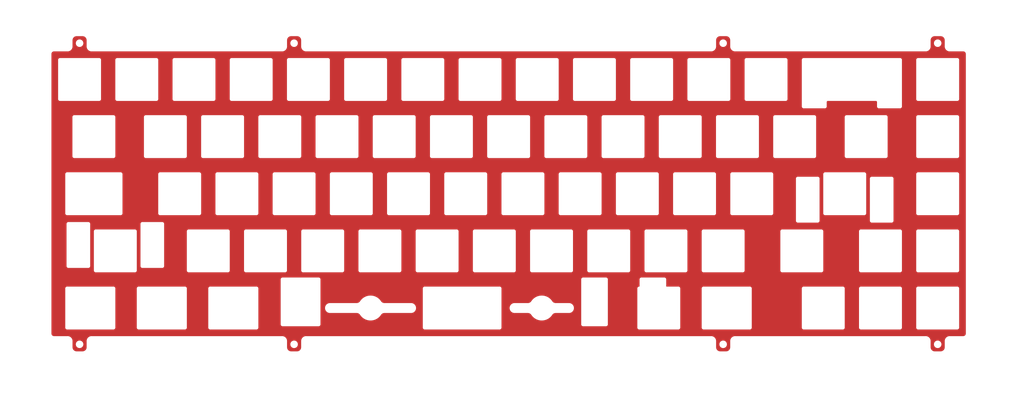
<source format=kicad_pcb>
(kicad_pcb (version 20221018) (generator pcbnew)
  (title_block (title "Jiu FR4 plate") (date "2021-01-12") (rev "v1.0"))
  (layers (0 "F.Cu" signal) (31 "B.Cu" signal) (34 "B.Paste" user) (35 "F.Paste" user) (36 "B.SilkS" user "B.Silkscreen") (37 "F.SilkS" user "F.Silkscreen") (38 "B.Mask" user) (39 "F.Mask" user) (44 "Edge.Cuts" user))
  (net 0 "")
  (gr_arc (start 331.211885 155.305167) (mid 331.358336 154.951623) (end 331.711886 154.805186) (stroke (width 0.01)) (layer "Edge.Cuts"))
  (gr_line (start 283.299377 136.255181) (end 283.299376 149.255179) (stroke (width 0.01)) (layer "Edge.Cuts"))
  (gr_arc (start 363.761896 135.75518) (mid 364.11544 135.901631) (end 364.261877 136.255181) (stroke (width 0.01)) (layer "Edge.Cuts"))
  (gr_arc (start 169.786886 130.705162) (mid 169.433342 130.558711) (end 169.286905 130.205161) (stroke (width 0.01)) (layer "Edge.Cuts"))
  (gr_arc (start 171.755177 183.037643) (mid 172.297362 182.537376) (end 173.012393 182.355817) (stroke (width 0.01)) (layer "Edge.Cuts"))
  (gr_line (start 211.860414 174.355181) (end 211.860413 187.355179) (stroke (width 0.01)) (layer "Edge.Cuts"))
  (gr_arc (start 211.861897 111.155181) (mid 211.715446 111.508725) (end 211.361896 111.655162) (stroke (width 0.01)) (layer "Edge.Cuts"))
  (gr_line (start 264.536905 130.205161) (end 264.536896 117.205154) (stroke (width 0.01)) (layer "Edge.Cuts"))
  (gr_line (start 117.399386 135.755171) (end 130.399394 135.755181) (stroke (width 0.01)) (layer "Edge.Cuts"))
  (gr_line (start 353.262209 95.130147) (end 289.825215 95.130147) (stroke (width 0.01)) (layer "Edge.Cuts"))
  (gr_arc (start 139.924396 154.80518) (mid 140.27794 154.951631) (end 140.424377 155.305181) (stroke (width 0.01)) (layer "Edge.Cuts"))
  (gr_arc (start 344.711896 154.805195) (mid 345.06544 154.951646) (end 345.211877 155.305196) (stroke (width 0.01)) (layer "Edge.Cuts"))
  (gr_arc (start 258.136991 171.330624) (mid 258.283442 170.97708) (end 258.636992 170.830643) (stroke (width 0.01)) (layer "Edge.Cuts"))
  (gr_arc (start 207.386905 117.205152) (mid 207.533356 116.851608) (end 207.886906 116.705171) (stroke (width 0.01)) (layer "Edge.Cuts"))
  (gr_arc (start 250.249375 136.255152) (mid 250.395826 135.901608) (end 250.749376 135.755171) (stroke (width 0.01)) (layer "Edge.Cuts"))
  (gr_line (start 270.893126 187.855162) (end 257.893128 187.855161) (stroke (width 0.01)) (layer "Edge.Cuts"))
  (gr_line (start 226.936886 116.705171) (end 239.936894 116.705181) (stroke (width 0.01)) (layer "Edge.Cuts"))
  (gr_line (start 268.511886 111.655162) (end 255.511888 111.655161) (stroke (width 0.01)) (layer "Edge.Cuts"))
  (gr_line (start 359.762231 93.630172) (end 359.762207 91.55515) (stroke (width 0.01)) (layer "Edge.Cuts"))
  (gr_line (start 350.261895 168.305176) (end 350.261886 155.305169) (stroke (width 0.01)) (layer "Edge.Cuts"))
  (gr_line (start 225.649386 149.755162) (end 212.649388 149.755161) (stroke (width 0.01)) (layer "Edge.Cuts"))
  (gr_line (start 255.011905 111.155161) (end 255.011896 98.155154) (stroke (width 0.01)) (layer "Edge.Cuts"))
  (gr_arc (start 239.205384 186.780594) (mid 238.85184 186.634143) (end 238.705403 186.280593) (stroke (width 0.01)) (layer "Edge.Cuts"))
  (gr_arc (start 82.77375 173.85518) (mid 83.127294 174.001631) (end 83.273731 174.355181) (stroke (width 0.01)) (layer "Edge.Cuts"))
  (gr_arc (start 316.636877 130.205191) (mid 316.490426 130.558735) (end 316.136876 130.705172) (stroke (width 0.01)) (layer "Edge.Cuts"))
  (gr_line (start 288.325239 93.630172) (end 288.325215 91.55515) (stroke (width 0.01)) (layer "Edge.Cuts"))
  (gr_arc (start 339.949396 116.70518) (mid 340.30294 116.851631) (end 340.449377 117.205181) (stroke (width 0.01)) (layer "Edge.Cuts"))
  (gr_arc (start 310.706109 152.225469) (mid 310.352565 152.079018) (end 310.206128 151.725468) (stroke (width 0.01)) (layer "Edge.Cuts"))
  (gr_circle (center 71.512265 192.955839) (end 70.412265 192.955839) (stroke (width 0.01)) (fill none) (layer "Edge.Cuts"))
  (gr_line (start 89.918126 168.805162) (end 76.918128 168.805161) (stroke (width 0.01)) (layer "Edge.Cuts"))
  (gr_arc (start 207.886896 130.705162) (mid 207.533352 130.558711) (end 207.386915 130.205161) (stroke (width 0.01)) (layer "Edge.Cuts"))
  (gr_arc (start 283.299377 149.255181) (mid 283.152926 149.608725) (end 282.799376 149.755162) (stroke (width 0.01)) (layer "Edge.Cuts"))
  (gr_line (start 84.061886 97.655171) (end 97.061894 97.655181) (stroke (width 0.01)) (layer "Edge.Cuts"))
  (gr_arc (start 145.974376 168.805162) (mid 145.620832 168.658711) (end 145.474395 168.305161) (stroke (width 0.01)) (layer "Edge.Cuts"))
  (gr_arc (start 235.174386 154.80518) (mid 235.52793 154.951631) (end 235.674367 155.305181) (stroke (width 0.01)) (layer "Edge.Cuts"))
  (gr_line (start 278.536887 117.205181) (end 278.536886 130.205179) (stroke (width 0.01)) (layer "Edge.Cuts"))
  (gr_arc (start 269.299385 136.255152) (mid 269.445836 135.901608) (end 269.799386 135.755171) (stroke (width 0.01)) (layer "Edge.Cuts"))
  (gr_line (start 269.299395 149.255161) (end 269.299386 136.255154) (stroke (width 0.01)) (layer "Edge.Cuts"))
  (gr_arc (start 135.949385 136.255152) (mid 136.095836 135.901608) (end 136.449386 135.755171) (stroke (width 0.01)) (layer "Edge.Cuts"))
  (gr_arc (start 85.654981 149.255181) (mid 85.50853 149.608725) (end 85.15498 149.755162) (stroke (width 0.01)) (layer "Edge.Cuts"))
  (gr_line (start 212.149405 149.255161) (end 212.149396 136.255154) (stroke (width 0.01)) (layer "Edge.Cuts"))
  (gr_line (start 116.111886 111.655162) (end 103.111888 111.655161) (stroke (width 0.01)) (layer "Edge.Cuts"))
  (gr_line (start 333.305627 136.255181) (end 333.305626 149.255179) (stroke (width 0.01)) (layer "Edge.Cuts"))
  (gr_arc (start 164.236887 130.205181) (mid 164.090436 130.558725) (end 163.736886 130.705162) (stroke (width 0.01)) (layer "Edge.Cuts"))
  (gr_line (start 106.586876 130.705162) (end 93.586878 130.705161) (stroke (width 0.01)) (layer "Edge.Cuts"))
  (gr_line (start 93.586886 116.705171) (end 106.586894 116.705181) (stroke (width 0.01)) (layer "Edge.Cuts"))
  (gr_arc (start 97.561877 111.155181) (mid 97.415426 111.508725) (end 97.061876 111.655162) (stroke (width 0.01)) (layer "Edge.Cuts"))
  (gr_arc (start 305.518126 168.805177) (mid 305.164582 168.658726) (end 305.018145 168.305176) (stroke (width 0.01)) (layer "Edge.Cuts"))
  (gr_arc (start 164.524385 155.305152) (mid 164.670836 154.951608) (end 165.024386 154.805171) (stroke (width 0.01)) (layer "Edge.Cuts"))
  (gr_line (start 116.611887 98.155181) (end 116.611886 111.155179) (stroke (width 0.01)) (layer "Edge.Cuts"))
  (gr_line (start 155.499386 135.755171) (end 168.499394 135.755181) (stroke (width 0.01)) (layer "Edge.Cuts"))
  (gr_arc (start 353.262204 190.380839) (mid 354.322846 190.820172) (end 354.762179 191.880814) (stroke (width 0.01)) (layer "Edge.Cuts"))
  (gr_line (start 354.762179 191.880814) (end 354.762203 193.955838) (stroke (width 0.01)) (layer "Edge.Cuts"))
  (gr_line (start 107.086231 174.355181) (end 107.08623 187.355179) (stroke (width 0.01)) (layer "Edge.Cuts"))
  (gr_arc (start 326.449385 117.205152) (mid 326.595836 116.851608) (end 326.949386 116.705171) (stroke (width 0.01)) (layer "Edge.Cuts"))
  (gr_line (start 103.111896 97.655171) (end 116.111904 97.655181) (stroke (width 0.01)) (layer "Edge.Cuts"))
  (gr_line (start 345.211877 155.305196) (end 345.211876 168.305194) (stroke (width 0.01)) (layer "Edge.Cuts"))
  (gr_arc (start 216.911885 98.155152) (mid 217.058336 97.801608) (end 217.411886 97.655171) (stroke (width 0.01)) (layer "Edge.Cuts"))
  (gr_arc (start 163.736906 116.70518) (mid 164.09045 116.851631) (end 164.236887 117.205181) (stroke (width 0.01)) (layer "Edge.Cuts"))
  (gr_arc (start 340.449377 130.205181) (mid 340.302926 130.558725) (end 339.949376 130.705162) (stroke (width 0.01)) (layer "Edge.Cuts"))
  (gr_arc (start 183.574395 155.305152) (mid 183.720846 154.951608) (end 184.074396 154.805171) (stroke (width 0.01)) (layer "Edge.Cuts"))
  (gr_arc (start 345.211877 187.355181) (mid 345.065426 187.708725) (end 344.711876 187.855162) (stroke (width 0.01)) (layer "Edge.Cuts"))
  (gr_line (start 62.986887 190.38084) (end 67.512266 190.38084) (stroke (width 0.01)) (layer "Edge.Cuts"))
  (gr_line (start 245.199367 136.255181) (end 245.199366 149.255179) (stroke (width 0.01)) (layer "Edge.Cuts"))
  (gr_arc (start 319.018127 168.305196) (mid 318.871676 168.65874) (end 318.518126 168.805177) (stroke (width 0.01)) (layer "Edge.Cuts"))
  (gr_line (start 146.949747 190.38084) (end 281.825217 190.38084) (stroke (width 0.01)) (layer "Edge.Cuts"))
  (gr_line (start 259.774395 168.305161) (end 259.774386 155.305154) (stroke (width 0.01)) (layer "Edge.Cuts"))
  (gr_line (start 254.724367 155.305181) (end 254.724366 168.305179) (stroke (width 0.01)) (layer "Edge.Cuts"))
  (gr_arc (start 216.124406 154.80518) (mid 216.47795 154.951631) (end 216.624387 155.305181) (stroke (width 0.01)) (layer "Edge.Cuts"))
  (gr_arc (start 365.787211 95.130145) (mid 366.494329 95.423035) (end 366.787233 96.130147) (stroke (width 0.01)) (layer "Edge.Cuts"))
  (gr_line (start 164.524395 168.305161) (end 164.524386 155.305154) (stroke (width 0.01)) (layer "Edge.Cuts"))
  (gr_line (start 250.749376 135.755171) (end 263.749384 135.755181) (stroke (width 0.01)) (layer "Edge.Cuts"))
  (gr_circle (center 285.825216 92.555148) (end 286.925216 92.555148) (stroke (width 0.01)) (fill none) (layer "Edge.Cuts"))
  (gr_line (start 220.886896 130.705162) (end 207.886898 130.705161) (stroke (width 0.01)) (layer "Edge.Cuts"))
  (gr_line (start 312.661886 173.855171) (end 325.661894 173.855181) (stroke (width 0.01)) (layer "Edge.Cuts"))
  (gr_arc (start 181.903391 179.355817) (mid 183.403391 180.855817) (end 181.903391 182.355817) (stroke (width 0.01)) (layer "Edge.Cuts"))
  (gr_line (start 220.812875 182.355817) (end 216.367376 182.355813) (stroke (width 0.01)) (layer "Edge.Cuts"))
  (gr_arc (start 135.161906 97.65518) (mid 135.51545 97.801631) (end 135.661887 98.155181) (stroke (width 0.01)) (layer "Edge.Cuts"))
  (gr_line (start 139.129409 186.780593) (end 151.087229 186.780593) (stroke (width 0.01)) (layer "Edge.Cuts"))
  (gr_line (start 216.911895 111.155161) (end 216.911886 98.155154) (stroke (width 0.01)) (layer "Edge.Cuts"))
  (gr_arc (start 121.374377 168.305181) (mid 121.227926 168.658725) (end 120.874376 168.805162) (stroke (width 0.01)) (layer "Edge.Cuts"))
  (gr_line (start 366.787203 189.380847) (end 366.787203 96.130166) (stroke (width 0.01)) (layer "Edge.Cuts"))
  (gr_arc (start 310.20611 137.725449) (mid 310.352561 137.371905) (end 310.706111 137.225468) (stroke (width 0.01)) (layer "Edge.Cuts"))
  (gr_line (start 158.974376 168.805162) (end 145.974378 168.805161) (stroke (width 0.01)) (layer "Edge.Cuts"))
  (gr_arc (start 151.58723 186.280612) (mid 151.440779 186.634156) (end 151.087229 186.780593) (stroke (width 0.01)) (layer "Edge.Cuts"))
  (gr_line (start 69.012242 191.880814) (end 69.012266 193.955838) (stroke (width 0.01)) (layer "Edge.Cuts"))
  (gr_line (start 249.461876 111.655162) (end 236.461878 111.655161) (stroke (width 0.01)) (layer "Edge.Cuts"))
  (gr_arc (start 350.761876 111.655162) (mid 350.408332 111.508711) (end 350.261895 111.155161) (stroke (width 0.01)) (layer "Edge.Cuts"))
  (gr_arc (start 145.474385 155.305152) (mid 145.620836 154.951608) (end 145.974386 154.805171) (stroke (width 0.01)) (layer "Edge.Cuts"))
  (gr_line (start 67.818966 152.335538) (end 74.394064 152.335538) (stroke (width 0.01)) (layer "Edge.Cuts"))
  (gr_line (start 283.325216 93.630171) (end 283.325216 91.55515) (stroke (width 0.01)) (layer "Edge.Cuts"))
  (gr_arc (start 332.805646 135.75518) (mid 333.15919 135.901631) (end 333.305627 136.255181) (stroke (width 0.01)) (layer "Edge.Cuts"))
  (gr_line (start 337.210902 113.625461) (end 337.210893 112.15586) (stroke (width 0.01)) (layer "Edge.Cuts"))
  (gr_line (start 288.325216 191.880816) (end 288.325216 193.955837) (stroke (width 0.01)) (layer "Edge.Cuts"))
  (gr_line (start 185.955645 187.355161) (end 185.955636 174.355154) (stroke (width 0.01)) (layer "Edge.Cuts"))
  (gr_arc (start 363.761896 154.805195) (mid 364.11544 154.951646) (end 364.261877 155.305196) (stroke (width 0.01)) (layer "Edge.Cuts"))
  (gr_arc (start 350.761876 187.855162) (mid 350.408332 187.708711) (end 350.261895 187.355161) (stroke (width 0.01)) (layer "Edge.Cuts"))
  (gr_line (start 145.474395 168.305161) (end 145.474386 155.305154) (stroke (width 0.01)) (layer "Edge.Cuts"))
  (gr_line (start 260.274386 154.805171) (end 273.274394 154.805181) (stroke (width 0.01)) (layer "Edge.Cuts"))
  (gr_arc (start 239.936896 116.70518) (mid 240.29044 116.851631) (end 240.436877 117.205181) (stroke (width 0.01)) (layer "Edge.Cuts"))
  (gr_line (start 340.449377 117.205181) (end 340.449376 130.205179) (stroke (width 0.01)) (layer "Edge.Cuts"))
  (gr_arc (start 174.049385 136.255152) (mid 174.195836 135.901608) (end 174.549386 135.755171) (stroke (width 0.01)) (layer "Edge.Cuts"))
  (gr_line (start 249.961877 98.155181) (end 249.961876 111.155179) (stroke (width 0.01)) (layer "Edge.Cuts"))
  (gr_arc (start 193.599386 149.755162) (mid 193.245842 149.608711) (end 193.099405 149.255161) (stroke (width 0.01)) (layer "Edge.Cuts"))
  (gr_arc (start 69.274385 117.205152) (mid 69.420836 116.851608) (end 69.774386 116.705171) (stroke (width 0.01)) (layer "Edge.Cuts"))
  (gr_arc (start 319.305635 136.255152) (mid 319.452086 135.901608) (end 319.805636 135.755171) (stroke (width 0.01)) (layer "Edge.Cuts"))
  (gr_line (start 363.761876 168.805177) (end 350.761878 168.805176) (stroke (width 0.01)) (layer "Edge.Cuts"))
  (gr_line (start 230.031872 179.355813) (end 234.477371 179.355813) (stroke (width 0.01)) (layer "Edge.Cuts"))
  (gr_line (start 131.186905 130.205161) (end 131.186896 117.205154) (stroke (width 0.01)) (layer "Edge.Cuts"))
  (gr_arc (start 165.050612 178.673987) (mid 164.508427 179.174254) (end 163.793396 179.355813) (stroke (width 0.01)) (layer "Edge.Cuts"))
  (gr_line (start 160.261896 97.655171) (end 173.261904 97.655181) (stroke (width 0.01)) (layer "Edge.Cuts"))
  (gr_line (start 259.486877 117.205181) (end 259.486876 130.205179) (stroke (width 0.01)) (layer "Edge.Cuts"))
  (gr_arc (start 74.394066 152.335537) (mid 74.74761 152.481988) (end 74.894047 152.835538) (stroke (width 0.01)) (layer "Edge.Cuts"))
  (gr_arc (start 67.818964 167.335556) (mid 67.46542 167.189105) (end 67.318983 166.835555) (stroke (width 0.01)) (layer "Edge.Cuts"))
  (gr_arc (start 269.799376 149.755162) (mid 269.445832 149.608711) (end 269.299395 149.255161) (stroke (width 0.01)) (layer "Edge.Cuts"))
  (gr_arc (start 247.280586 186.280612) (mid 247.134135 186.634156) (end 246.780585 186.780593) (stroke (width 0.01)) (layer "Edge.Cuts"))
  (gr_arc (start 337.710902 114.125445) (mid 337.357351 113.979009) (end 337.210899 113.625464) (stroke (width 0.01)) (layer "Edge.Cuts"))
  (gr_arc (start 283.325216 91.555144) (mid 283.764557 90.494486) (end 284.825216 90.055148) (stroke (width 0.01)) (layer "Edge.Cuts"))
  (gr_line (start 163.736886 130.705162) (end 150.736888 130.705161) (stroke (width 0.01)) (layer "Edge.Cuts"))
  (gr_line (start 207.886906 116.705171) (end 220.886914 116.705181) (stroke (width 0.01)) (layer "Edge.Cuts"))
  (gr_arc (start 326.949376 130.705162) (mid 326.595832 130.558711) (end 326.449395 130.205161) (stroke (width 0.01)) (layer "Edge.Cuts"))
  (gr_arc (start 259.486877 130.205181) (mid 259.340426 130.558725) (end 258.986876 130.705162) (stroke (width 0.01)) (layer "Edge.Cuts"))
  (gr_arc (start 62.986909 190.380849) (mid 62.279791 190.087959) (end 61.986887 189.380847) (stroke (width 0.01)) (layer "Edge.Cuts"))
  (gr_arc (start 159.761895 98.155152) (mid 159.908346 97.801608) (end 160.261896 97.655171) (stroke (width 0.01)) (layer "Edge.Cuts"))
  (gr_arc (start 260.274376 168.805162) (mid 259.920832 168.658711) (end 259.774395 168.305161) (stroke (width 0.01)) (layer "Edge.Cuts"))
  (gr_arc (start 76.918126 168.805162) (mid 76.564582 168.658711) (end 76.418145 168.305161) (stroke (width 0.01)) (layer "Edge.Cuts"))
  (gr_arc (start 149.949377 149.255181) (mid 149.802926 149.608725) (end 149.449376 149.755162) (stroke (width 0.01)) (layer "Edge.Cuts"))
  (gr_arc (start 297.086906 116.70518) (mid 297.44045 116.851631) (end 297.586887 117.205181) (stroke (width 0.01)) (layer "Edge.Cuts"))
  (gr_circle (center 142.949748 192.955839) (end 141.849748 192.955839) (stroke (width 0.01)) (fill none) (layer "Edge.Cuts"))
  (gr_arc (start 197.861905 98.155152) (mid 198.008356 97.801608) (end 198.361906 97.655171) (stroke (width 0.01)) (layer "Edge.Cuts"))
  (gr_line (start 135.949395 149.255161) (end 135.949386 136.255154) (stroke (width 0.01)) (layer "Edge.Cuts"))
  (gr_line (start 245.986886 116.705171) (end 258.986894 116.705181) (stroke (width 0.01)) (layer "Edge.Cuts"))
  (gr_line (start 64.511895 111.155161) (end 64.511886 98.155154) (stroke (width 0.01)) (layer "Edge.Cuts"))
  (gr_arc (start 192.811897 111.155181) (mid 192.665446 111.508725) (end 192.311896 111.655162) (stroke (width 0.01)) (layer "Edge.Cuts"))
  (gr_line (start 278.824395 187.355161) (end 278.824386 174.355154) (stroke (width 0.01)) (layer "Edge.Cuts"))
  (gr_arc (start 130.399396 135.75518) (mid 130.75294 135.901631) (end 130.899377 136.255181) (stroke (width 0.01)) (layer "Edge.Cuts"))
  (gr_arc (start 67.318965 152.835536) (mid 67.465416 152.481992) (end 67.818966 152.335555) (stroke (width 0.01)) (layer "Edge.Cuts"))
  (gr_arc (start 211.360433 173.85518) (mid 211.713977 174.001631) (end 211.860414 174.355181) (stroke (width 0.01)) (layer "Edge.Cuts"))
  (gr_line (start 216.367376 179.355813) (end 220.812875 179.355813) (stroke (width 0.01)) (layer "Edge.Cuts"))
  (gr_arc (start 325.661896 173.85518) (mid 326.01544 174.001631) (end 326.161877 174.355181) (stroke (width 0.01)) (layer "Edge.Cuts"))
  (gr_line (start 325.661876 187.855162) (end 312.661878 187.855161) (stroke (width 0.01)) (layer "Edge.Cuts"))
  (gr_arc (start 201.836916 116.70518) (mid 202.19046 116.851631) (end 202.336897 117.205181) (stroke (width 0.01)) (layer "Edge.Cuts"))
  (gr_line (start 107.874386 154.805171) (end 120.874394 154.805181) (stroke (width 0.01)) (layer "Edge.Cuts"))
  (gr_line (start 226.436895 130.205161) (end 226.436886 117.205154) (stroke (width 0.01)) (layer "Edge.Cuts"))
  (gr_line (start 83.274377 117.205181) (end 83.274376 130.205179) (stroke (width 0.01)) (layer "Edge.Cuts"))
  (gr_line (start 307.111877 98.155191) (end 307.111876 111.155189) (stroke (width 0.01)) (layer "Edge.Cuts"))
  (gr_arc (start 197.074406 154.80518) (mid 197.42795 154.951631) (end 197.574387 155.305181) (stroke (width 0.01)) (layer "Edge.Cuts"))
  (gr_line (start 192.311896 111.655162) (end 179.311898 111.655161) (stroke (width 0.01)) (layer "Edge.Cuts"))
  (gr_line (start 345.211877 98.155181) (end 345.212209 113.625444) (stroke (width 0.01)) (layer "Edge.Cuts"))
  (gr_line (start 126.136887 117.205181) (end 126.136886 130.205179) (stroke (width 0.01)) (layer "Edge.Cuts"))
  (gr_arc (start 364.261877 168.305196) (mid 364.115426 168.65874) (end 363.761876 168.805177) (stroke (width 0.01)) (layer "Edge.Cuts"))
  (gr_arc (start 281.825218 190.380839) (mid 282.88586 190.820172) (end 283.325193 191.880814) (stroke (width 0.01)) (layer "Edge.Cuts"))
  (gr_line (start 202.336897 117.205181) (end 202.336896 130.205179) (stroke (width 0.01)) (layer "Edge.Cuts"))
  (gr_arc (start 115.018126 187.855162) (mid 114.664582 187.708711) (end 114.518145 187.355161) (stroke (width 0.01)) (layer "Edge.Cuts"))
  (gr_arc (start 91.205626 187.855162) (mid 90.852082 187.708711) (end 90.705645 187.355161) (stroke (width 0.01)) (layer "Edge.Cuts"))
  (gr_arc (start 273.774377 168.305181) (mid 273.627926 168.658725) (end 273.274376 168.805162) (stroke (width 0.01)) (layer "Edge.Cuts"))
  (gr_line (start 72.512264 90.055148) (end 70.512265 90.055148) (stroke (width 0.01)) (layer "Edge.Cuts"))
  (gr_line (start 284.825217 195.455839) (end 286.825216 195.455839) (stroke (width 0.01)) (layer "Edge.Cuts"))
  (gr_line (start 331.211895 168.305176) (end 331.211886 155.305169) (stroke (width 0.01)) (layer "Edge.Cuts"))
  (gr_arc (start 350.761876 149.755162) (mid 350.408332 149.608711) (end 350.261895 149.255161) (stroke (width 0.01)) (layer "Edge.Cuts"))
  (gr_arc (start 221.674375 155.305152) (mid 221.820826 154.951608) (end 222.174376 154.805171) (stroke (width 0.01)) (layer "Edge.Cuts"))
  (gr_line (start 69.774386 116.705171) (end 82.774394 116.705181) (stroke (width 0.01)) (layer "Edge.Cuts"))
  (gr_line (start 154.902398 179.355813) (end 163.793396 179.355813) (stroke (width 0.01)) (layer "Edge.Cuts"))
  (gr_line (start 203.124396 154.805171) (end 216.124404 154.805181) (stroke (width 0.01)) (layer "Edge.Cuts"))
  (gr_line (start 91.943061 166.835548) (end 91.943061 152.835547) (stroke (width 0.01)) (layer "Edge.Cuts"))
  (gr_arc (start 312.661876 114.125454) (mid 312.308332 113.979003) (end 312.161895 113.625453) (stroke (width 0.01)) (layer "Edge.Cuts"))
  (gr_line (start 341.90521 152.225444) (end 335.330112 152.225444) (stroke (width 0.01)) (layer "Edge.Cuts"))
  (gr_arc (start 271.393127 187.355181) (mid 271.246676 187.708725) (end 270.893126 187.855162) (stroke (width 0.01)) (layer "Edge.Cuts"))
  (gr_arc (start 197.574387 168.305181) (mid 197.427936 168.658725) (end 197.074386 168.805162) (stroke (width 0.01)) (layer "Edge.Cuts"))
  (gr_line (start 181.903391 182.355817) (end 173.012393 182.355817) (stroke (width 0.01)) (layer "Edge.Cuts"))
  (gr_arc (start 356.2622 195.455839) (mid 355.201542 195.016498) (end 354.762204 193.955839) (stroke (width 0.01)) (layer "Edge.Cuts"))
  (gr_arc (start 111.849377 149.255181) (mid 111.702926 149.608725) (end 111.349376 149.755162) (stroke (width 0.01)) (layer "Edge.Cuts"))
  (gr_arc (start 158.974396 154.80518) (mid 159.32794 154.951631) (end 159.474377 155.305181) (stroke (width 0.01)) (layer "Edge.Cuts"))
  (gr_arc (start 67.393126 149.755162) (mid 67.039582 149.608711) (end 66.893145 149.255161) (stroke (width 0.01)) (layer "Edge.Cuts"))
  (gr_line (start 76.418145 168.305161) (end 76.418136 155.305154) (stroke (width 0.01)) (layer "Edge.Cuts"))
  (gr_arc (start 120.874396 154.80518) (mid 121.22794 154.951631) (end 121.374377 155.305181) (stroke (width 0.01)) (layer "Edge.Cuts"))
  (gr_line (start 319.305645 149.255161) (end 319.305636 136.255154) (stroke (width 0.01)) (layer "Edge.Cuts"))
  (gr_line (start 226.149387 136.255181) (end 226.149386 149.255179) (stroke (width 0.01)) (layer "Edge.Cuts"))
  (gr_line (start 293.111895 111.155171) (end 293.111886 98.155164) (stroke (width 0.01)) (layer "Edge.Cuts"))
  (gr_line (start 288.349395 149.255161) (end 288.349386 136.255154) (stroke (width 0.01)) (layer "Edge.Cuts"))
  (gr_line (start 76.918136 154.805171) (end 89.918144 154.805181) (stroke (width 0.01)) (layer "Edge.Cuts"))
  (gr_line (start 240.436877 117.205181) (end 240.436876 130.205179) (stroke (width 0.01)) (layer "Edge.Cuts"))
  (gr_line (start 350.261895 130.205161) (end 350.261886 117.205154) (stroke (width 0.01)) (layer "Edge.Cuts"))
  (gr_arc (start 293.611876 111.655172) (mid 293.258332 111.508721) (end 293.111895 111.155171) (stroke (width 0.01)) (layer "Edge.Cuts"))
  (gr_line (start 273.774377 155.305181) (end 273.774376 168.305179) (stroke (width 0.01)) (layer "Edge.Cuts"))
  (gr_arc (start 350.761876 168.805177) (mid 350.408332 168.658726) (end 350.261895 168.305176) (stroke (width 0.01)) (layer "Edge.Cuts"))
  (gr_line (start 69.274395 130.205161) (end 69.274386 117.205154) (stroke (width 0.01)) (layer "Edge.Cuts"))
  (gr_arc (start 217.411876 111.655162) (mid 217.058332 111.508711) (end 216.911895 111.155161) (stroke (width 0.01)) (layer "Edge.Cuts"))
  (gr_arc (start 257.893126 187.855162) (mid 257.539582 187.708711) (end 257.393145 187.355161) (stroke (width 0.01)) (layer "Edge.Cuts"))
  (gr_line (start 91.205636 173.855171) (end 106.586248 173.855181) (stroke (width 0.01)) (layer "Edge.Cuts"))
  (gr_arc (start 316.136896 116.70519) (mid 316.49044 116.851641) (end 316.636877 117.205191) (stroke (width 0.01)) (layer "Edge.Cuts"))
  (gr_line (start 174.549386 135.755171) (end 187.549394 135.755181) (stroke (width 0.01)) (layer "Edge.Cuts"))
  (gr_arc (start 249.961877 111.155181) (mid 249.815426 111.508725) (end 249.461876 111.655162) (stroke (width 0.01)) (layer "Edge.Cuts"))
  (gr_arc (start 111.349396 135.75518) (mid 111.70294 135.901631) (end 111.849377 136.255181) (stroke (width 0.01)) (layer "Edge.Cuts"))
  (gr_line (start 217.411886 97.655171) (end 230.411894 97.655181) (stroke (width 0.01)) (layer "Edge.Cuts"))
  (gr_arc (start 312.161885 174.355152) (mid 312.308336 174.001608) (end 312.661886 173.855171) (stroke (width 0.01)) (layer "Edge.Cuts"))
  (gr_arc (start 278.036906 116.70518) (mid 278.39045 116.851631) (end 278.536887 117.205181) (stroke (width 0.01)) (layer "Edge.Cuts"))
  (gr_line (start 364.261877 98.155181) (end 364.261876 111.155179) (stroke (width 0.01)) (layer "Edge.Cuts"))
  (gr_arc (start 61.986885 96.130167) (mid 62.279775 95.423049) (end 62.986887 95.130145) (stroke (width 0.01)) (layer "Edge.Cuts"))
  (gr_line (start 135.661887 98.155181) (end 135.661886 111.155179) (stroke (width 0.01)) (layer "Edge.Cuts"))
  (gr_line (start 282.799376 149.755162) (end 269.799378 149.755161) (stroke (width 0.01)) (layer "Edge.Cuts"))
  (gr_arc (start 90.705635 174.355152) (mid 90.852086 174.001608) (end 91.205636 173.855171) (stroke (width 0.01)) (layer "Edge.Cuts"))
  (gr_line (start 345.211877 174.355181) (end 345.211876 187.355179) (stroke (width 0.01)) (layer "Edge.Cuts"))
  (gr_arc (start 350.261885 98.155152) (mid 350.408336 97.801608) (end 350.761886 97.655171) (stroke (width 0.01)) (layer "Edge.Cuts"))
  (gr_line (start 61.986887 96.130168) (end 61.986887 189.380847) (stroke (width 0.01)) (layer "Edge.Cuts"))
  (gr_arc (start 302.636885 117.205162) (mid 302.783336 116.851618) (end 303.136886 116.705181) (stroke (width 0.01)) (layer "Edge.Cuts"))
  (gr_arc (start 230.411896 97.65518) (mid 230.76544 97.801631) (end 230.911877 98.155181) (stroke (width 0.01)) (layer "Edge.Cuts"))
  (gr_arc (start 83.561885 98.155152) (mid 83.708336 97.801608) (end 84.061886 97.655171) (stroke (width 0.01)) (layer "Edge.Cuts"))
  (gr_arc (start 320.16321 112.155867) (mid 320.309661 111.802323) (end 320.663211 111.655886) (stroke (width 0.01)) (layer "Edge.Cuts"))
  (gr_arc (start 72.512267 90.055148) (mid 73.572925 90.494489) (end 74.012263 91.555148) (stroke (width 0.01)) (layer "Edge.Cuts"))
  (gr_arc (start 344.711896 173.85518) (mid 345.06544 174.001631) (end 345.211877 174.355181) (stroke (width 0.01)) (layer "Edge.Cuts"))
  (gr_line (start 350.761886 116.705171) (end 363.761894 116.705181) (stroke (width 0.01)) (layer "Edge.Cuts"))
  (gr_arc (start 265.036886 130.705162) (mid 264.683342 130.558711) (end 264.536905 130.205161) (stroke (width 0.01)) (layer "Edge.Cuts"))
  (gr_arc (start 145.186887 130.205181) (mid 145.040436 130.558725) (end 144.686886 130.705162) (stroke (width 0.01)) (layer "Edge.Cuts"))
  (gr_line (start 235.961895 111.155161) (end 235.961886 98.155154) (stroke (width 0.01)) (layer "Edge.Cuts"))
  (gr_line (start 67.512266 95.130147) (end 62.986887 95.130147) (stroke (width 0.01)) (layer "Edge.Cuts"))
  (gr_line (start 274.061905 111.155161) (end 274.061896 98.155154) (stroke (width 0.01)) (layer "Edge.Cuts"))
  (gr_line (start 306.611876 111.655172) (end 293.611878 111.655171) (stroke (width 0.01)) (layer "Edge.Cuts"))
  (gr_arc (start 345.211877 168.305196) (mid 345.065426 168.65874) (end 344.711876 168.805177) (stroke (width 0.01)) (layer "Edge.Cuts"))
  (gr_arc (start 207.099387 149.255181) (mid 206.952936 149.608725) (end 206.599386 149.755162) (stroke (width 0.01)) (layer "Edge.Cuts"))
  (gr_line (start 316.636877 117.205191) (end 316.636876 130.205189) (stroke (width 0.01)) (layer "Edge.Cuts"))
  (gr_line (start 168.499376 149.755162) (end 155.499378 149.755161) (stroke (width 0.01)) (layer "Edge.Cuts"))
  (gr_arc (start 135.661887 111.155181) (mid 135.515436 111.508725) (end 135.161886 111.655162) (stroke (width 0.01)) (layer "Edge.Cuts"))
  (gr_line (start 344.711876 187.855162) (end 331.711878 187.855161) (stroke (width 0.01)) (layer "Edge.Cuts"))
  (gr_arc (start 350.261885 155.305167) (mid 350.408336 154.951623) (end 350.761886 154.805186) (stroke (width 0.01)) (layer "Edge.Cuts"))
  (gr_arc (start 145.449748 193.955843) (mid 145.010407 195.016501) (end 143.949748 195.455839) (stroke (width 0.01)) (layer "Edge.Cuts"))
  (gr_arc (start 169.286895 117.205152) (mid 169.433346 116.851608) (end 169.786896 116.705171) (stroke (width 0.01)) (layer "Edge.Cuts"))
  (gr_line (start 138.629426 186.280593) (end 138.629426 171.3305) (stroke (width 0.01)) (layer "Edge.Cuts"))
  (gr_line (start 82.77373 187.855162) (end 67.393128 187.855161) (stroke (width 0.01)) (layer "Edge.Cuts"))
  (gr_line (start 212.649396 135.755171) (end 225.649404 135.755181) (stroke (width 0.01)) (layer "Edge.Cuts"))
  (gr_line (start 317.281209 152.225444) (end 310.706111 152.225444) (stroke (width 0.01)) (layer "Edge.Cuts"))
  (gr_line (start 97.849395 149.255161) (end 97.849386 136.255154) (stroke (width 0.01)) (layer "Edge.Cuts"))
  (gr_line (start 344.711876 168.805177) (end 331.711878 168.805176) (stroke (width 0.01)) (layer "Edge.Cuts"))
  (gr_line (start 364.261877 155.305196) (end 364.261876 168.305194) (stroke (width 0.01)) (layer "Edge.Cuts"))
  (gr_arc (start 254.724367 168.305181) (mid 254.577916 168.658725) (end 254.224366 168.805162) (stroke (width 0.01)) (layer "Edge.Cuts"))
  (gr_arc (start 289.825213 95.130148) (mid 288.764571 94.690815) (end 288.325239 93.630172) (stroke (width 0.01)) (layer "Edge.Cuts"))
  (gr_line (start 211.361896 111.655162) (end 198.361898 111.655161) (stroke (width 0.01)) (layer "Edge.Cuts"))
  (gr_line (start 250.249385 149.255161) (end 250.249376 136.255154) (stroke (width 0.01)) (layer "Edge.Cuts"))
  (gr_arc (start 364.261877 187.355181) (mid 364.115426 187.708725) (end 363.761876 187.855162) (stroke (width 0.01)) (layer "Edge.Cuts"))
  (gr_line (start 145.974386 154.805171) (end 158.974394 154.805181) (stroke (width 0.01)) (layer "Edge.Cuts"))
  (gr_line (start 183.286887 117.205181) (end 183.286886 130.205179) (stroke (width 0.01)) (layer "Edge.Cuts"))
  (gr_arc (start 130.39875 173.85518) (mid 130.752294 174.001631) (end 130.898731 174.355181) (stroke (width 0.01)) (layer "Edge.Cuts"))
  (gr_line (start 303.136886 116.705181) (end 316.136894 116.705191) (stroke (width 0.01)) (layer "Edge.Cuts"))
  (gr_arc (start 363.761896 116.70518) (mid 364.11544 116.851631) (end 364.261877 117.205181) (stroke (width 0.01)) (layer "Edge.Cuts"))
  (gr_line (start 187.549376 149.755162) (end 174.549378 149.755161) (stroke (width 0.01)) (layer "Edge.Cuts"))
  (gr_arc (start 364.261877 111.155181) (mid 364.115426 111.508725) (end 363.761876 111.655162) (stroke (width 0.01)) (layer "Edge.Cuts"))
  (gr_arc (start 335.33011 152.225469) (mid 334.976566 152.079018) (end 334.830129 151.725468) (stroke (width 0.01)) (layer "Edge.Cuts"))
  (gr_line (start 269.799386 135.755171) (end 282.799394 135.755181) (stroke (width 0.01)) (layer "Edge.Cuts"))
  (gr_arc (start 173.761887 111.155181) (mid 173.615436 111.508725) (end 173.261886 111.655162) (stroke (width 0.01)) (layer "Edge.Cuts"))
  (gr_arc (start 274.061895 98.155152) (mid 274.208346 97.801608) (end 274.561896 97.655171) (stroke (width 0.01)) (layer "Edge.Cuts"))
  (gr_line (start 230.411876 111.655162) (end 217.411878 111.655161) (stroke (width 0.01)) (layer "Edge.Cuts"))
  (gr_arc (start 301.849396 135.75518) (mid 302.20294 135.901631) (end 302.349377 136.255181) (stroke (width 0.01)) (layer "Edge.Cuts"))
  (gr_line (start 292.324376 168.805172) (end 279.324378 168.805171) (stroke (width 0.01)) (layer "Edge.Cuts"))
  (gr_arc (start 266.212207 170.830625) (mid 266.565751 170.977076) (end 266.712188 171.330626) (stroke (width 0.01)) (layer "Edge.Cuts"))
  (gr_arc (start 106.586896 116.70518) (mid 106.94044 116.851631) (end 107.086877 117.205181) (stroke (width 0.01)) (layer "Edge.Cuts"))
  (gr_arc (start 150.236895 117.205152) (mid 150.383346 116.851608) (end 150.736896 116.705171) (stroke (width 0.01)) (layer "Edge.Cuts"))
  (gr_line (start 255.511896 97.655171) (end 268.511904 97.655181) (stroke (width 0.01)) (layer "Edge.Cuts"))
  (gr_arc (start 140.449748 91.555144) (mid 140.889089 90.494486) (end 141.949748 90.055148) (stroke (width 0.01)) (layer "Edge.Cuts"))
  (gr_line (start 312.161895 187.355161) (end 312.161886 174.355154) (stroke (width 0.01)) (layer "Edge.Cuts"))
  (gr_line (start 326.161877 174.355181) (end 326.161876 187.355179) (stroke (width 0.01)) (layer "Edge.Cuts"))
  (gr_arc (start 234.477371 179.355813) (mid 235.977371 180.855813) (end 234.477371 182.355813) (stroke (width 0.01)) (layer "Edge.Cuts"))
  (gr_line (start 188.336915 130.205161) (end 188.336906 117.205154) (stroke (width 0.01)) (layer "Edge.Cuts"))
  (gr_line (start 145.449771 93.630172) (end 145.449747 91.55515) (stroke (width 0.01)) (layer "Edge.Cuts"))
  (gr_arc (start 183.286887 130.205181) (mid 183.140436 130.558725) (end 182.786886 130.705162) (stroke (width 0.01)) (layer "Edge.Cuts"))
  (gr_arc (start 250.749366 149.755162) (mid 250.395822 149.608711) (end 250.249385 149.255161) (stroke (width 0.01)) (layer "Edge.Cuts"))
  (gr_line (start 154.711887 98.155181) (end 154.711886 111.155179) (stroke (width 0.01)) (layer "Edge.Cuts"))
  (gr_arc (start 82.774396 116.70518) (mid 83.12794 116.851631) (end 83.274377 117.205181) (stroke (width 0.01)) (layer "Edge.Cuts"))
  (gr_line (start 125.636886 130.705162) (end 112.636888 130.705161) (stroke (width 0.01)) (layer "Edge.Cuts"))
  (gr_arc (start 257.393135 174.355152) (mid 257.539586 174.001608) (end 257.893136 173.855171) (stroke (width 0.01)) (layer "Edge.Cuts"))
  (gr_line (start 221.386897 117.205181) (end 221.386896 130.205179) (stroke (width 0.01)) (layer "Edge.Cuts"))
  (gr_arc (start 283.325193 93.630173) (mid 282.88586 94.690815) (end 281.825217 95.130147) (stroke (width 0.01)) (layer "Edge.Cuts"))
  (gr_arc (start 344.711896 97.65518) (mid 345.06544 97.801631) (end 345.211877 98.155181) (stroke (width 0.01)) (layer "Edge.Cuts"))
  (gr_circle (center 357.262202 192.955839) (end 356.162202 192.955839) (stroke (width 0.01)) (fill none) (layer "Edge.Cuts"))
  (gr_line (start 234.477371 182.355813) (end 230.031872 182.355817) (stroke (width 0.01)) (layer "Edge.Cuts"))
  (gr_line (start 92.443061 152.335538) (end 99.018159 152.335538) (stroke (width 0.01)) (layer "Edge.Cuts"))
  (gr_line (start 288.849386 135.755171) (end 301.849394 135.755181) (stroke (width 0.01)) (layer "Edge.Cuts"))
  (gr_arc (start 288.32524 191.880813) (mid 288.764573 190.820172) (end 289.825215 190.38084) (stroke (width 0.01)) (layer "Edge.Cuts"))
  (gr_line (start 67.318966 166.835548) (end 67.318966 152.835547) (stroke (width 0.01)) (layer "Edge.Cuts"))
  (gr_arc (start 107.874376 168.805162) (mid 107.520832 168.658711) (end 107.374395 168.305161) (stroke (width 0.01)) (layer "Edge.Cuts"))
  (gr_line (start 178.811915 111.155161) (end 178.811906 98.155154) (stroke (width 0.01)) (layer "Edge.Cuts"))
  (gr_line (start 169.786896 116.705171) (end 182.786904 116.705181) (stroke (width 0.01)) (layer "Edge.Cuts"))
  (gr_arc (start 319.805626 149.755162) (mid 319.452082 149.608711) (end 319.305645 149.255161) (stroke (width 0.01)) (layer "Edge.Cuts"))
  (gr_line (start 126.424395 168.305161) (end 126.424386 155.305154) (stroke (width 0.01)) (layer "Edge.Cuts"))
  (gr_line (start 74.894064 152.835547) (end 74.894064 166.835548) (stroke (width 0.01)) (layer "Edge.Cuts"))
  (gr_arc (start 188.336905 117.205152) (mid 188.483356 116.851608) (end 188.836906 116.705171) (stroke (width 0.01)) (layer "Edge.Cuts"))
  (gr_arc (start 178.524377 168.305181) (mid 178.377926 168.658725) (end 178.024376 168.805162) (stroke (width 0.01)) (layer "Edge.Cuts"))
  (gr_line (start 145.449748 191.880816) (end 145.449748 193.955837) (stroke (width 0.01)) (layer "Edge.Cuts"))
  (gr_arc (start 112.636886 130.705162) (mid 112.283342 130.558711) (end 112.136905 130.205161) (stroke (width 0.01)) (layer "Edge.Cuts"))
  (gr_arc (start 92.443059 167.335556) (mid 92.089515 167.189105) (end 91.943078 166.835555) (stroke (width 0.01)) (layer "Edge.Cuts"))
  (gr_circle (center 71.512265 92.555148) (end 72.612265 92.555148) (stroke (width 0.01)) (fill none) (layer "Edge.Cuts"))
  (gr_line (start 151.587244 171.3305) (end 151.587244 186.280593) (stroke (width 0.01)) (layer "Edge.Cuts"))
  (gr_line (start 266.712188 173.855181) (end 270.893144 173.855181) (stroke (width 0.01)) (layer "Edge.Cuts"))
  (gr_line (start 183.574405 168.305161) (end 183.574396 155.305154) (stroke (width 0.01)) (layer "Edge.Cuts"))
  (gr_arc (start 288.349385 136.255152) (mid 288.495836 135.901608) (end 288.849386 135.755171) (stroke (width 0.01)) (layer "Edge.Cuts"))
  (gr_line (start 221.674385 168.305161) (end 221.674376 155.305154) (stroke (width 0.01)) (layer "Edge.Cuts"))
  (gr_line (start 149.949377 136.255181) (end 149.949376 149.255179) (stroke (width 0.01)) (layer "Edge.Cuts"))
  (gr_line (start 138.949749 95.130147) (end 75.512264 95.130147) (stroke (width 0.01)) (layer "Edge.Cuts"))
  (gr_line (start 326.949386 116.705171) (end 339.949394 116.705181) (stroke (width 0.01)) (layer "Edge.Cuts"))
  (gr_line (start 70.512266 195.455839) (end 72.512265 195.455839) (stroke (width 0.01)) (layer "Edge.Cuts"))
  (gr_arc (start 287.561906 97.65518) (mid 287.91545 97.801631) (end 288.061887 98.155181) (stroke (width 0.01)) (layer "Edge.Cuts"))
  (gr_line (start 74.394064 167.335531) (end 67.818966 167.335531) (stroke (width 0.01)) (layer "Edge.Cuts"))
  (gr_line (start 130.399376 149.755162) (end 117.399378 149.755161) (stroke (width 0.01)) (layer "Edge.Cuts"))
  (gr_line (start 283.586905 130.205161) (end 283.586896 117.205154) (stroke (width 0.01)) (layer "Edge.Cuts"))
  (gr_arc (start 282.799396 135.75518) (mid 283.15294 135.901631) (end 283.299377 136.255181) (stroke (width 0.01)) (layer "Edge.Cuts"))
  (gr_arc (start 364.261877 130.205181) (mid 364.115426 130.558725) (end 363.761876 130.705162) (stroke (width 0.01)) (layer "Edge.Cuts"))
  (gr_arc (start 187.549396 135.75518) (mid 187.90294 135.901631) (end 188.049377 136.255181) (stroke (width 0.01)) (layer "Edge.Cuts"))
  (gr_arc (start 114.518135 174.355152) (mid 114.664586 174.001608) (end 115.018136 173.855171) (stroke (width 0.01)) (layer "Edge.Cuts"))
  (gr_line (start 173.761887 98.155181) (end 173.761886 111.155179) (stroke (width 0.01)) (layer "Edge.Cuts"))
  (gr_arc (start 97.061896 97.65518) (mid 97.41544 97.801631) (end 97.561877 98.155181) (stroke (width 0.01)) (layer "Edge.Cuts"))
  (gr_arc (start 294.704696 173.85518) (mid 295.05824 174.001631) (end 295.204677 174.355181) (stroke (width 0.01)) (layer "Edge.Cuts"))
  (gr_arc (start 138.94975 190.380839) (mid 140.010392 190.820172) (end 140.449725 191.880814) (stroke (width 0.01)) (layer "Edge.Cuts"))
  (gr_line (start 211.861897 98.155181) (end 211.861896 111.155179) (stroke (width 0.01)) (layer "Edge.Cuts"))
  (gr_line (start 265.036896 116.705171) (end 278.036904 116.705181) (stroke (width 0.01)) (layer "Edge.Cuts"))
  (gr_line (start 122.161896 97.655171) (end 135.161904 97.655181) (stroke (width 0.01)) (layer "Edge.Cuts"))
  (gr_line (start 302.349377 136.255181) (end 302.349376 149.255179) (stroke (width 0.01)) (layer "Edge.Cuts"))
  (gr_arc (start 318.518146 154.805195) (mid 318.87169 154.951646) (end 319.018127 155.305196) (stroke (width 0.01)) (layer "Edge.Cuts"))
  (gr_line (start 198.361906 97.655171) (end 211.361914 97.655181) (stroke (width 0.01)) (layer "Edge.Cuts"))
  (gr_line (start 121.374377 155.305181) (end 121.374376 168.305179) (stroke (width 0.01)) (layer "Edge.Cuts"))
  (gr_arc (start 297.586887 130.205181) (mid 297.440436 130.558725) (end 297.086886 130.705162) (stroke (width 0.01)) (layer "Edge.Cuts"))
  (gr_arc (start 130.898731 187.355181) (mid 130.75228 187.708725) (end 130.39873 187.855162) (stroke (width 0.01)) (layer "Edge.Cuts"))
  (gr_line (start 310.706111 137.225451) (end 317.281209 137.225451) (stroke (width 0.01)) (layer "Edge.Cuts"))
  (gr_line (start 244.699366 149.755162) (end 231.699368 149.755161) (stroke (width 0.01)) (layer "Edge.Cuts"))
  (gr_arc (start 126.424385 155.305152) (mid 126.570836 154.951608) (end 126.924386 154.805171) (stroke (width 0.01)) (layer "Edge.Cuts"))
  (gr_arc (start 350.261885 117.205152) (mid 350.408336 116.851608) (end 350.761886 116.705171) (stroke (width 0.01)) (layer "Edge.Cuts"))
  (gr_arc (start 112.136895 117.205152) (mid 112.283346 116.851608) (end 112.636896 116.705171) (stroke (width 0.01)) (layer "Edge.Cuts"))
  (gr_arc (start 154.711887 111.155181) (mid 154.565436 111.508725) (end 154.211886 111.655162) (stroke (width 0.01)) (layer "Edge.Cuts"))
  (gr_line (start 350.761886 154.805186) (end 363.761894 154.805196) (stroke (width 0.01)) (layer "Edge.Cuts"))
  (gr_arc (start 359.762226 191.880813) (mid 360.201559 190.820172) (end 361.262201 190.38084) (stroke (width 0.01)) (layer "Edge.Cuts"))
  (gr_arc (start 165.024376 168.805162) (mid 164.670832 168.658711) (end 164.524395 168.305161) (stroke (width 0.01)) (layer "Edge.Cuts"))
  (gr_arc (start 240.724375 155.305152) (mid 240.870826 154.951608) (end 241.224376 154.805171) (stroke (width 0.01)) (layer "Edge.Cuts"))
  (gr_arc (start 345.212209 113.625444) (mid 345.065772 113.978994) (end 344.712228 114.125445) (stroke (width 0.01)) (layer "Edge.Cuts"))
  (gr_arc (start 268.511906 97.65518) (mid 268.86545 97.801631) (end 269.011887 98.155181) (stroke (width 0.01)) (layer "Edge.Cuts"))
  (gr_line (start 121.661905 111.155161) (end 121.661896 98.155154) (stroke (width 0.01)) (layer "Edge.Cuts"))
  (gr_arc (start 288.849376 149.755162) (mid 288.495832 149.608711) (end 288.349395 149.255161) (stroke (width 0.01)) (layer "Edge.Cuts"))
  (gr_line (start 82.774376 130.705162) (end 69.774378 130.705161) (stroke (width 0.01)) (layer "Edge.Cuts"))
  (gr_arc (start 225.649406 135.75518) (mid 226.00295 135.901631) (end 226.149387 136.255181) (stroke (width 0.01)) (layer "Edge.Cuts"))
  (gr_line (start 169.286905 130.205161) (end 169.286896 117.205154) (stroke (width 0.01)) (layer "Edge.Cuts"))
  (gr_line (start 193.099405 149.255161) (end 193.099396 136.255154) (stroke (width 0.01)) (layer "Edge.Cuts"))
  (gr_line (start 174.049395 149.255161) (end 174.049386 136.255154) (stroke (width 0.01)) (layer "Edge.Cuts"))
  (gr_line (start 350.761886 97.655171) (end 363.761894 97.655181) (stroke (width 0.01)) (layer "Edge.Cuts"))
  (gr_arc (start 99.51816 166.835557) (mid 99.371709 167.189101) (end 99.018159 167.335538) (stroke (width 0.01)) (layer "Edge.Cuts"))
  (gr_line (start 116.899395 149.255161) (end 116.899386 136.255154) (stroke (width 0.01)) (layer "Edge.Cuts"))
  (gr_line (start 150.736896 116.705171) (end 163.736904 116.705181) (stroke (width 0.01)) (layer "Edge.Cuts"))
  (gr_line (start 126.924386 154.805171) (end 139.924394 154.805181) (stroke (width 0.01)) (layer "Edge.Cuts"))
  (gr_line (start 281.825217 95.130147) (end 146.949747 95.130147) (stroke (width 0.01)) (layer "Edge.Cuts"))
  (gr_arc (start 83.273731 187.355181) (mid 83.12728 187.708725) (end 82.77373 187.855162) (stroke (width 0.01)) (layer "Edge.Cuts"))
  (gr_arc (start 159.474377 168.305181) (mid 159.327926 168.658725) (end 158.974376 168.805162) (stroke (width 0.01)) (layer "Edge.Cuts"))
  (gr_line (start 139.129425 170.83049) (end 151.087245 170.83049) (stroke (width 0.01)) (layer "Edge.Cuts"))
  (gr_arc (start 136.449376 149.755162) (mid 136.095832 149.608711) (end 135.949395 149.255161) (stroke (width 0.01)) (layer "Edge.Cuts"))
  (gr_line (start 93.086895 130.205161) (end 93.086886 117.205154) (stroke (width 0.01)) (layer "Edge.Cuts"))
  (gr_arc (start 165.049885 178.67401) (mid 168.402419 176.857518) (end 171.754954 178.674009) (stroke (width 0.01)) (layer "Edge.Cuts"))
  (gr_arc (start 255.011895 98.155152) (mid 255.158346 97.801608) (end 255.511896 97.655171) (stroke (width 0.01)) (layer "Edge.Cuts"))
  (gr_line (start 273.274376 168.805162) (end 260.274378 168.805161) (stroke (width 0.01)) (layer "Edge.Cuts"))
  (gr_line (start 350.761886 135.755171) (end 363.761894 135.755181) (stroke (width 0.01)) (layer "Edge.Cuts"))
  (gr_arc (start 350.261885 136.255152) (mid 350.408336 135.901608) (end 350.761886 135.755171) (stroke (width 0.01)) (layer "Edge.Cuts"))
  (gr_arc (start 288.325216 193.955843) (mid 287.885875 195.016501) (end 286.825216 195.455839) (stroke (width 0.01)) (layer "Edge.Cuts"))
  (gr_line (start 144.686886 130.705162) (end 131.686888 130.705161) (stroke (width 0.01)) (layer "Edge.Cuts"))
  (gr_line (start 112.136905 130.205161) (end 112.136896 117.205154) (stroke (width 0.01)) (layer "Edge.Cuts"))
  (gr_arc (start 292.824377 168.305191) (mid 292.677926 168.658735) (end 292.324376 168.805172) (stroke (width 0.01)) (layer "Edge.Cuts"))
  (gr_line (start 97.061876 111.655162) (end 84.061878 111.655161) (stroke (width 0.01)) (layer "Edge.Cuts"))
  (gr_arc (start 78.011896 97.65518) (mid 78.36544 97.801631) (end 78.511877 98.155181) (stroke (width 0.01)) (layer "Edge.Cuts"))
  (gr_line (start 98.349386 135.755171) (end 111.349394 135.755181) (stroke (width 0.01)) (layer "Edge.Cuts"))
  (gr_line (start 363.761876 187.855162) (end 350.761878 187.855161) (stroke (width 0.01)) (layer "Edge.Cuts"))
  (gr_arc (start 69.012265 91.555144) (mid 69.451606 90.494486) (end 70.512265 90.055148) (stroke (width 0.01)) (layer "Edge.Cuts"))
  (gr_arc (start 131.686886 130.705162) (mid 131.333342 130.558711) (end 131.186905 130.205161) (stroke (width 0.01)) (layer "Edge.Cuts"))
  (gr_arc (start 284.825214 195.455839) (mid 283.764556 195.016498) (end 283.325218 193.955839) (stroke (width 0.01)) (layer "Edge.Cuts"))
  (gr_line (start 222.174376 154.805171) (end 235.174384 154.805181) (stroke (width 0.01)) (layer "Edge.Cuts"))
  (gr_arc (start 203.124386 168.805162) (mid 202.770842 168.658711) (end 202.624405 168.305161) (stroke (width 0.01)) (layer "Edge.Cuts"))
  (gr_arc (start 145.449772 191.880813) (mid 145.889105 190.820172) (end 146.949747 190.38084) (stroke (width 0.01)) (layer "Edge.Cuts"))
  (gr_arc (start 235.961885 98.155152) (mid 236.108336 97.801608) (end 236.461886 97.655171) (stroke (width 0.01)) (layer "Edge.Cuts"))
  (gr_arc (start 255.511886 111.655162) (mid 255.158342 111.508711) (end 255.011905 111.155161) (stroke (width 0.01)) (layer "Edge.Cuts"))
  (gr_line (start 66.893145 187.355161) (end 66.893136 174.355154) (stroke (width 0.01)) (layer "Edge.Cuts"))
  (gr_line (start 364.261877 117.205181) (end 364.261876 130.205179) (stroke (width 0.01)) (layer "Edge.Cuts"))
  (gr_line (start 115.018136 173.855171) (end 130.398748 173.855181) (stroke (width 0.01)) (layer "Edge.Cuts"))
  (gr_arc (start 238.705401 171.330471) (mid 238.851852 170.976927) (end 239.205402 170.83049) (stroke (width 0.01)) (layer "Edge.Cuts"))
  (gr_arc (start 102.611895 98.155152) (mid 102.758346 97.801608) (end 103.111896 97.655171) (stroke (width 0.01)) (layer "Edge.Cuts"))
  (gr_line (start 279.324386 154.805181) (end 292.324394 154.805191) (stroke (width 0.01)) (layer "Edge.Cuts"))
  (gr_arc (start 163.793396 182.355817) (mid 164.508426 182.537375) (end 165.050611 183.037642) (stroke (width 0.01)) (layer "Edge.Cuts"))
  (gr_line (start 206.599386 149.755162) (end 193.599388 149.755161) (stroke (width 0.01)) (layer "Edge.Cuts"))
  (gr_line (start 279.324386 173.855171) (end 294.704694 173.855181) (stroke (width 0.01)) (layer "Edge.Cuts"))
  (gr_line (start 99.518159 152.835547) (end 99.518159 166.835548) (stroke (width 0.01)) (layer "Edge.Cuts"))
  (gr_line (start 316.136876 130.705172) (end 303.136878 130.705171) (stroke (width 0.01)) (layer "Edge.Cuts"))
  (gr_line (start 67.393136 135.755171) (end 85.154998 135.755181) (stroke (width 0.01)) (layer "Edge.Cuts"))
  (gr_line (start 178.024376 168.805162) (end 165.024378 168.805161) (stroke (width 0.01)) (layer "Edge.Cuts"))
  (gr_line (start 297.586887 117.205181) (end 297.586886 130.205179) (stroke (width 0.01)) (layer "Edge.Cuts"))
  (gr_arc (start 305.018135 155.305167) (mid 305.164586 154.951623) (end 305.518136 154.805186) (stroke (width 0.01)) (layer "Edge.Cuts"))
  (gr_arc (start 342.405211 151.72547) (mid 342.25876 152.079014) (end 341.90521 152.225451) (stroke (width 0.01)) (layer "Edge.Cuts"))
  (gr_arc (start 168.999377 149.255181) (mid 168.852926 149.608725) (end 168.499376 149.755162) (stroke (width 0.01)) (layer "Edge.Cuts"))
  (gr_circle (center 285.825216 192.955839) (end 284.725216 192.955839) (stroke (width 0.01)) (fill none) (layer "Edge.Cuts"))
  (gr_arc (start 106.58625 173.85518) (mid 106.939794 174.001631) (end 107.086231 174.355181) (stroke (width 0.01)) (layer "Edge.Cuts"))
  (gr_arc (start 146.949745 95.130148) (mid 145.889103 94.690815) (end 145.449771 93.630172) (stroke (width 0.01)) (layer "Edge.Cuts"))
  (gr_line (start 201.836896 130.705162) (end 188.836898 130.705161) (stroke (width 0.01)) (layer "Edge.Cuts"))
  (gr_line (start 164.236887 117.205181) (end 164.236886 130.205179) (stroke (width 0.01)) (layer "Edge.Cuts"))
  (gr_arc (start 230.911877 111.155181) (mid 230.765426 111.508725) (end 230.411876 111.655162) (stroke (width 0.01)) (layer "Edge.Cuts"))
  (gr_arc (start 78.511877 111.155181) (mid 78.365426 111.508725) (end 78.011876 111.655162) (stroke (width 0.01)) (layer "Edge.Cuts"))
  (gr_line (start 141.211896 97.655171) (end 154.211904 97.655181) (stroke (width 0.01)) (layer "Edge.Cuts"))
  (gr_line (start 271.393127 174.355181) (end 271.393126 187.355179) (stroke (width 0.01)) (layer "Edge.Cuts"))
  (gr_line (start 240.724385 168.305161) (end 240.724376 155.305154) (stroke (width 0.01)) (layer "Edge.Cuts"))
  (gr_line (start 236.461886 97.655171) (end 249.461894 97.655181) (stroke (width 0.01)) (layer "Edge.Cuts"))
  (gr_line (start 154.999395 149.255161) (end 154.999386 136.255154) (stroke (width 0.01)) (layer "Edge.Cuts"))
  (gr_arc (start 245.986876 130.705162) (mid 245.633332 130.558711) (end 245.486895 130.205161) (stroke (width 0.01)) (layer "Edge.Cuts"))
  (gr_arc (start 302.349377 149.255181) (mid 302.202926 149.608725) (end 301.849376 149.755162) (stroke (width 0.01)) (layer "Edge.Cuts"))
  (gr_arc (start 295.204677 187.355181) (mid 295.058226 187.708725) (end 294.704676 187.855162) (stroke (width 0.01)) (layer "Edge.Cuts"))
  (gr_line (start 83.561895 111.155161) (end 83.561886 98.155154) (stroke (width 0.01)) (layer "Edge.Cuts"))
  (gr_arc (start 202.336897 130.205181) (mid 202.190446 130.558725) (end 201.836896 130.705162) (stroke (width 0.01)) (layer "Edge.Cuts"))
  (gr_arc (start 154.999385 136.255152) (mid 155.145836 135.901608) (end 155.499386 135.755171) (stroke (width 0.01)) (layer "Edge.Cuts"))
  (gr_line (start 350.261895 111.155161) (end 350.261886 98.155154) (stroke (width 0.01)) (layer "Edge.Cuts"))
  (gr_arc (start 192.311916 97.65518) (mid 192.66546 97.801631) (end 192.811897 98.155181) (stroke (width 0.01)) (layer "Edge.Cuts"))
  (gr_arc (start 292.324396 154.80519) (mid 292.67794 154.951641) (end 292.824377 155.305191) (stroke (width 0.01)) (layer "Edge.Cuts"))
  (gr_arc (start 331.711876 187.855162) (mid 331.358332 187.708711) (end 331.211895 187.355161) (stroke (width 0.01)) (layer "Edge.Cuts"))
  (gr_line (start 241.224376 154.805171) (end 254.224384 154.805181) (stroke (width 0.01)) (layer "Edge.Cuts"))
  (gr_arc (start 70.512263 195.455839) (mid 69.451605 195.016498) (end 69.012267 193.955839) (stroke (width 0.01)) (layer "Edge.Cuts"))
  (gr_arc (start 75.512262 95.130148) (mid 74.45162 94.690815) (end 74.012288 93.630172) (stroke (width 0.01)) (layer "Edge.Cuts"))
  (gr_arc (start 363.761896 97.65518) (mid 364.11544 97.801631) (end 364.261877 98.155181) (stroke (width 0.01)) (layer "Edge.Cuts"))
  (gr_arc (start 273.274396 154.80518) (mid 273.62794 154.951631) (end 273.774377 155.305181) (stroke (width 0.01)) (layer "Edge.Cuts"))
  (gr_line (start 319.663202 114.125453) (end 312.661878 114.125453) (stroke (width 0.01)) (layer "Edge.Cuts"))
  (gr_arc (start 130.899377 149.255181) (mid 130.752926 149.608725) (end 130.399376 149.755162) (stroke (width 0.01)) (layer "Edge.Cuts"))
  (gr_line (start 264.249367 136.255181) (end 264.249366 149.255179) (stroke (width 0.01)) (layer "Edge.Cuts"))
  (gr_line (start 278.824395 168.305171) (end 278.824386 155.305164) (stroke (width 0.01)) (layer "Edge.Cuts"))
  (gr_line (start 292.824377 155.305191) (end 292.824376 168.305189) (stroke (width 0.01)) (layer "Edge.Cuts"))
  (gr_arc (start 116.899385 136.255152) (mid 117.045836 135.901608) (end 117.399386 135.755171) (stroke (width 0.01)) (layer "Edge.Cuts"))
  (gr_arc (start 246.780603 170.830489) (mid 247.134147 170.97694) (end 247.280584 171.33049) (stroke (width 0.01)) (layer "Edge.Cuts"))
  (gr_arc (start 245.486885 117.205152) (mid 245.633336 116.851608) (end 245.986886 116.705171) (stroke (width 0.01)) (layer "Edge.Cuts"))
  (gr_arc (start 89.918146 154.80518) (mid 90.27169 154.951631) (end 90.418127 155.305181) (stroke (width 0.01)) (layer "Edge.Cuts"))
  (gr_line (start 287.561886 111.655162) (end 274.561888 111.655161) (stroke (width 0.01)) (layer "Edge.Cuts"))
  (gr_arc (start 220.812875 182.355817) (mid 221.527905 182.537375) (end 222.07009 183.037642) (stroke (width 0.01)) (layer "Edge.Cuts"))
  (gr_line (start 263.749366 149.755162) (end 250.749368 149.755161) (stroke (width 0.01)) (layer "Edge.Cuts"))
  (gr_arc (start 279.324376 187.855162) (mid 278.970832 187.708711) (end 278.824395 187.355161) (stroke (width 0.01)) (layer "Edge.Cuts"))
  (gr_arc (start 320.163203 113.625472) (mid 320.016752 113.979016) (end 319.663202 114.125453) (stroke (width 0.01)) (layer "Edge.Cuts"))
  (gr_arc (start 160.261886 111.655162) (mid 159.908342 111.508711) (end 159.761905 111.155161) (stroke (width 0.01)) (layer "Edge.Cuts"))
  (gr_arc (start 284.086886 130.705162) (mid 283.733342 130.558711) (end 283.586905 130.205161) (stroke (width 0.01)) (layer "Edge.Cuts"))
  (gr_arc (start 144.686906 116.70518) (mid 145.04045 116.851631) (end 145.186887 117.205181) (stroke (width 0.01)) (layer "Edge.Cuts"))
  (gr_line (start 258.986876 130.705162) (end 245.986878 130.705161) (stroke (width 0.01)) (layer "Edge.Cuts"))
  (gr_line (start 288.061887 98.155181) (end 288.061886 111.155179) (stroke (width 0.01)) (layer "Edge.Cuts"))
  (gr_arc (start 188.836896 130.705162) (mid 188.483352 130.558711) (end 188.336915 130.205161) (stroke (width 0.01)) (layer "Edge.Cuts"))
  (gr_line (start 141.949749 195.455839) (end 143.949748 195.455839) (stroke (width 0.01)) (layer "Edge.Cuts"))
  (gr_line (start 149.449376 149.755162) (end 136.449378 149.755161) (stroke (width 0.01)) (layer "Edge.Cuts"))
  (gr_line (start 207.099387 136.255181) (end 207.099386 149.255179) (stroke (width 0.01)) (layer "Edge.Cuts"))
  (gr_arc (start 67.393126 187.855162) (mid 67.039582 187.708711) (end 66.893145 187.355161) (stroke (width 0.01)) (layer "Edge.Cuts"))
  (gr_arc (start 97.849385 136.255152) (mid 97.995836 135.901608) (end 98.349386 135.755171) (stroke (width 0.01)) (layer "Edge.Cuts"))
  (gr_line (start 130.899377 136.255181) (end 130.899376 149.255179) (stroke (width 0.01)) (layer "Edge.Cuts"))
  (gr_arc (start 99.018161 152.335537) (mid 99.371705 152.481988) (end 99.518142 152.835538) (stroke (width 0.01)) (layer "Edge.Cuts"))
  (gr_line (start 197.074386 168.805162) (end 184.074388 168.805161) (stroke (width 0.01)) (layer "Edge.Cuts"))
  (gr_arc (start 358.26221 90.055148) (mid 359.322868 90.494489) (end 359.762206 91.555148) (stroke (width 0.01)) (layer "Edge.Cuts"))
  (gr_arc (start 254.224386 154.80518) (mid 254.57793 154.951631) (end 254.724367 155.305181) (stroke (width 0.01)) (layer "Edge.Cuts"))
  (gr_line (start 102.611905 111.155161) (end 102.611896 98.155154) (stroke (width 0.01)) (layer "Edge.Cuts"))
  (gr_arc (start 231.699366 149.755162) (mid 231.345822 149.608711) (end 231.199385 149.255161) (stroke (width 0.01)) (layer "Edge.Cuts"))
  (gr_arc (start 155.499376 149.755162) (mid 155.145832 149.608711) (end 154.999395 149.255161) (stroke (width 0.01)) (layer "Edge.Cuts"))
  (gr_line (start 331.711886 154.805186) (end 344.711894 154.805196) (stroke (width 0.01)) (layer "Edge.Cuts"))
  (gr_arc (start 178.811905 98.155152) (mid 178.958356 97.801608) (end 179.311906 97.655171) (stroke (width 0.01)) (layer "Edge.Cuts"))
  (gr_line (start 111.349376 149.755162) (end 98.349378 149.755161) (stroke (width 0.01)) (layer "Edge.Cuts"))
  (gr_arc (start 122.161886 111.655162) (mid 121.808342 111.508711) (end 121.661905 111.155161) (stroke (width 0.01)) (layer "Edge.Cuts"))
  (gr_arc (start 363.761896 173.85518) (mid 364.11544 174.001631) (end 364.261877 174.355181) (stroke (width 0.01)) (layer "Edge.Cuts"))
  (gr_arc (start 185.955635 174.355152) (mid 186.102086 174.001608) (end 186.455636 173.855171) (stroke (width 0.01)) (layer "Edge.Cuts"))
  (gr_arc (start 240.436877 130.205181) (mid 240.290426 130.558725) (end 239.936876 130.705162) (stroke (width 0.01)) (layer "Edge.Cuts"))
  (gr_arc (start 231.199375 136.255152) (mid 231.345826 135.901608) (end 231.699376 135.755171) (stroke (width 0.01)) (layer "Edge.Cuts"))
  (gr_arc (start 216.624387 168.305181) (mid 216.477936 168.658725) (end 216.124386 168.805162) (stroke (width 0.01)) (layer "Edge.Cuts"))
  (gr_line (start 207.386915 130.205161) (end 207.386906 117.205154) (stroke (width 0.01)) (layer "Edge.Cuts"))
  (gr_line (start 342.40521 137.72546) (end 342.40521 151.725461) (stroke (width 0.01)) (layer "Edge.Cuts"))
  (gr_line (start 184.074396 154.805171) (end 197.074404 154.805181) (stroke (width 0.01)) (layer "Edge.Cuts"))
  (gr_line (start 67.393136 173.855171) (end 82.773748 173.855181) (stroke (width 0.01)) (layer "Edge.Cuts"))
  (gr_line (start 266.712188 171.330626) (end 266.712188 173.855121) (stroke (width 0.01)) (layer "Edge.Cuts"))
  (gr_line (start 211.360413 187.855162) (end 186.455628 187.855161) (stroke (width 0.01)) (layer "Edge.Cuts"))
  (gr_line (start 130.39873 187.855162) (end 115.018128 187.855161) (stroke (width 0.01)) (layer "Edge.Cuts"))
  (gr_line (start 90.705645 187.355161) (end 90.705636 174.355154) (stroke (width 0.01)) (layer "Edge.Cuts"))
  (gr_arc (start 188.049377 149.255181) (mid 187.902926 149.608725) (end 187.549376 149.755162) (stroke (width 0.01)) (layer "Edge.Cuts"))
  (gr_arc (start 138.629424 171.330471) (mid 138.775875 170.976927) (end 139.129425 170.83049) (stroke (width 0.01)) (layer "Edge.Cuts"))
  (gr_arc (start 259.774385 155.305152) (mid 259.920836 154.951608) (end 260.274386 154.805171) (stroke (width 0.01)) (layer "Edge.Cuts"))
  (gr_line (start 107.086877 117.205181) (end 107.086876 130.205179) (stroke (width 0.01)) (layer "Edge.Cuts"))
  (gr_arc (start 171.755904 183.03762) (mid 168.40337 184.854112) (end 165.050835 183.037621) (stroke (width 0.01)) (layer "Edge.Cuts"))
  (gr_arc (start 211.860414 187.355181) (mid 211.713963 187.708725) (end 211.360413 187.855162) (stroke (width 0.01)) (layer "Edge.Cuts"))
  (gr_line (start 354.762208 93.630171) (end 354.762208 91.55515) (stroke (width 0.01)) (layer "Edge.Cuts"))
  (gr_line (start 317.781209 137.72546) (end 317.781209 151.725461) (stroke (width 0.01)) (layer "Edge.Cuts"))
  (gr_line (start 257.893136 173.855171) (end 258.137021 173.855171) (stroke (width 0.01)) (layer "Edge.Cuts"))
  (gr_line (start 337.710902 114.125445) (end 344.712226 114.125444) (stroke (width 0.01)) (layer "Edge.Cuts"))
  (gr_arc (start 182.786906 116.70518) (mid 183.14045 116.851631) (end 183.286887 117.205181) (stroke (width 0.01)) (layer "Edge.Cuts"))
  (gr_arc (start 264.249367 149.255181) (mid 264.102916 149.608725) (end 263.749366 149.755162) (stroke (width 0.01)) (layer "Edge.Cuts"))
  (gr_line (start 335.330112 137.225451) (end 341.90521 137.225451) (stroke (width 0.01)) (layer "Edge.Cuts"))
  (gr_line (start 247.2806 171.3305) (end 247.2806 186.280593) (stroke (width 0.01)) (layer "Edge.Cuts"))
  (gr_line (start 364.261877 136.255181) (end 364.261876 149.255179) (stroke (width 0.01)) (layer "Edge.Cuts"))
  (gr_arc (start 274.561886 111.655162) (mid 274.208342 111.508711) (end 274.061905 111.155161) (stroke (width 0.01)) (layer "Edge.Cuts"))
  (gr_arc (start 331.211885 174.355152) (mid 331.358336 174.001608) (end 331.711886 173.855171) (stroke (width 0.01)) (layer "Edge.Cuts"))
  (gr_arc (start 174.549376 149.755162) (mid 174.195832 149.608711) (end 174.049395 149.255161) (stroke (width 0.01)) (layer "Edge.Cuts"))
  (gr_arc (start 312.161885 98.155152) (mid 312.308336 97.801608) (end 312.661886 97.655171) (stroke (width 0.01)) (layer "Edge.Cuts"))
  (gr_arc (start 228.774656 183.037643) (mid 229.316841 182.537376) (end 230.031872 182.355817) (stroke (width 0.01)) (layer "Edge.Cuts"))
  (gr_line (start 238.705403 186.280593) (end 238.705403 171.3305) (stroke (width 0.01)) (layer "Edge.Cuts"))
  (gr_line (start 318.518126 168.805177) (end 305.518128 168.805176) (stroke (width 0.01)) (layer "Edge.Cuts"))
  (gr_line (start 90.418127 155.305181) (end 90.418126 168.305179) (stroke (width 0.01)) (layer "Edge.Cuts"))
  (gr_arc (start 184.074386 168.805162) (mid 183.720842 168.658711) (end 183.574405 168.305161) (stroke (width 0.01)) (layer "Edge.Cuts"))
  (gr_arc (start 212.149395 136.255152) (mid 212.295846 135.901608) (end 212.649396 135.755171) (stroke (width 0.01)) (layer "Edge.Cuts"))
  (gr_line (start 254.224366 168.805162) (end 241.224368 168.805161) (stroke (width 0.01)) (layer "Edge.Cuts"))
  (gr_arc (start 186.455626 187.855162) (mid 186.102082 187.708711) (end 185.955645 187.355161) (stroke (width 0.01)) (layer "Edge.Cuts"))
  (gr_line (start 350.761886 173.855171) (end 363.761894 173.855181) (stroke (width 0.01)) (layer "Edge.Cuts"))
  (gr_line (start 99.018159 167.335531) (end 92.443061 167.335531) (stroke (width 0.01)) (layer "Edge.Cuts"))
  (gr_arc (start 117.399376 149.755162) (mid 117.045832 149.608711) (end 116.899395 149.255161) (stroke (width 0.01)) (layer "Edge.Cuts"))
  (gr_arc (start 350.761876 130.705162) (mid 350.408332 130.558711) (end 350.261895 130.205161) (stroke (width 0.01)) (layer "Edge.Cuts"))
  (gr_line (start 319.018127 155.305196) (end 319.018126 168.305194) (stroke (width 0.01)) (layer "Edge.Cuts"))
  (gr_line (start 107.374395 168.305161) (end 107.374386 155.305154) (stroke (width 0.01)) (layer "Edge.Cuts"))
  (gr_line (start 294.704676 187.855162) (end 279.324378 187.855161) (stroke (width 0.01)) (layer "Edge.Cuts"))
  (gr_line (start 258.63699 170.830617) (end 266.21219 170.830617) (stroke (width 0.01)) (layer "Edge.Cuts"))
  (gr_arc (start 139.129407 186.780594) (mid 138.775863 186.634143) (end 138.629426 186.280593) (stroke (width 0.01)) (layer "Edge.Cuts"))
  (gr_arc (start 198.361896 111.655162) (mid 198.008352 111.508711) (end 197.861915 111.155161) (stroke (width 0.01)) (layer "Edge.Cuts"))
  (gr_arc (start 303.136876 130.705172) (mid 302.783332 130.558721) (end 302.636895 130.205171) (stroke (width 0.01)) (layer "Edge.Cuts"))
  (gr_line (start 312.161895 113.625453) (end 312.161886 98.155154) (stroke (width 0.01)) (layer "Edge.Cuts"))
  (gr_arc (start 354.762208 91.555144) (mid 355.201549 90.494486) (end 356.262208 90.055148) (stroke (width 0.01)) (layer "Edge.Cuts"))
  (gr_line (start 106.58623 187.855162) (end 91.205628 187.855161) (stroke (width 0.01)) (layer "Edge.Cuts"))
  (gr_arc (start 359.762202 193.955843) (mid 359.322861 195.016501) (end 358.262202 195.455839) (stroke (width 0.01)) (layer "Edge.Cuts"))
  (gr_line (start 136.449386 135.755171) (end 149.449394 135.755181) (stroke (width 0.01)) (layer "Edge.Cuts"))
  (gr_arc (start 350.261885 174.355152) (mid 350.408336 174.001608) (end 350.761886 173.855171) (stroke (width 0.01)) (layer "Edge.Cuts"))
  (gr_line (start 197.861915 111.155161) (end 197.861906 98.155154) (stroke (width 0.01)) (layer "Edge.Cuts"))
  (gr_line (start 283.325193 191.880814) (end 283.325217 193.955838) (stroke (width 0.01)) (layer "Edge.Cuts"))
  (gr_line (start 302.636895 130.205171) (end 302.636886 117.205164) (stroke (width 0.01)) (layer "Edge.Cuts"))
  (gr_arc (start 173.012393 179.355813) (mid 172.297363 179.174255) (end 171.755178 178.673988) (stroke (width 0.01)) (layer "Edge.Cuts"))
  (gr_line (start 140.424377 155.305181) (end 140.424376 168.305179) (stroke (width 0.01)) (layer "Edge.Cuts"))
  (gr_arc (start 226.436885 117.205152) (mid 226.583336 116.851608) (end 226.936886 116.705171) (stroke (width 0.01)) (layer "Edge.Cuts"))
  (gr_line (start 320.163202 113.62547) (end 320.163211 112.155869) (stroke (width 0.01)) (layer "Edge.Cuts"))
  (gr_line (start 85.654981 136.255181) (end 85.65498 149.255179) (stroke (width 0.01)) (layer "Edge.Cuts"))
  (gr_arc (start 116.111906 97.65518) (mid 116.46545 97.801631) (end 116.611887 98.155181) (stroke (width 0.01)) (layer "Edge.Cuts"))
  (gr_line (start 139.924376 168.805162) (end 126.924378 168.805161) (stroke (width 0.01)) (layer "Edge.Cuts"))
  (gr_arc (start 116.611887 111.155181) (mid 116.465436 111.508725) (end 116.111886 111.655162) (stroke (width 0.01)) (layer "Edge.Cuts"))
  (gr_arc (start 140.449725 93.630173) (mid 140.010392 94.690815) (end 138.949749 95.130147) (stroke (width 0.01)) (layer "Edge.Cuts"))
  (gr_line (start 188.049377 136.255181) (end 188.049376 149.255179) (stroke (width 0.01)) (layer "Edge.Cuts"))
  (gr_arc (start 93.586876 130.705162) (mid 93.233332 130.558711) (end 93.086895 130.205161) (stroke (width 0.01)) (layer "Edge.Cuts"))
  (gr_line (start 326.449395 130.205161) (end 326.449386 117.205154) (stroke (width 0.01)) (layer "Edge.Cuts"))
  (gr_arc (start 65.011876 111.655162) (mid 64.658332 111.508711) (end 64.511895 111.155161) (stroke (width 0.01)) (layer "Edge.Cuts"))
  (gr_arc (start 83.274377 130.205181) (mid 83.127926 130.558725) (end 82.774376 130.705162) (stroke (width 0.01)) (layer "Edge.Cuts"))
  (gr_line (start 269.011887 98.155181) (end 269.011886 111.155179) (stroke (width 0.01)) (layer "Edge.Cuts"))
  (gr_line (start 350.261895 187.355161) (end 350.261886 174.355154) (stroke (width 0.01)) (layer "Edge.Cuts"))
  (gr_arc (start 76.418135 155.305152) (mid 76.564586 154.951608) (end 76.918136 154.805171) (stroke (width 0.01)) (layer "Edge.Cuts"))
  (gr_line (start 312.661886 97.655171) (end 344.711894 97.655181) (stroke (width 0.01)) (layer "Edge.Cuts"))
  (gr_line (start 85.15498 149.755162) (end 67.393128 149.755161) (stroke (width 0.01)) (layer "Edge.Cuts"))
  (gr_arc (start 140.711895 98.155152) (mid 140.858346 97.801608) (end 141.211896 97.655171) (stroke (width 0.01)) (layer "Edge.Cuts"))
  (gr_arc (start 121.661895 98.155152) (mid 121.808346 97.801608) (end 122.161896 97.655171) (stroke (width 0.01)) (layer "Edge.Cuts"))
  (gr_arc (start 107.374385 155.305152) (mid 107.520836 154.951608) (end 107.874386 154.805171) (stroke (width 0.01)) (layer "Edge.Cuts"))
  (gr_arc (start 93.086885 117.205152) (mid 93.233336 116.851608) (end 93.586886 116.705171) (stroke (width 0.01)) (layer "Edge.Cuts"))
  (gr_line (start 145.186887 117.205181) (end 145.186886 130.205179) (stroke (width 0.01)) (layer "Edge.Cuts"))
  (gr_line (start 197.574387 155.305181) (end 197.574386 168.305179) (stroke (width 0.01)) (layer "Edge.Cuts"))
  (gr_arc (start 279.324376 168.805172) (mid 278.970832 168.658721) (end 278.824395 168.305171) (stroke (width 0.01)) (layer "Edge.Cuts"))
  (gr_line (start 78.511877 98.155181) (end 78.511876 111.155179) (stroke (width 0.01)) (layer "Edge.Cuts"))
  (gr_arc (start 69.012242 93.630173) (mid 68.572909 94.690815) (end 67.512266 95.130147) (stroke (width 0.01)) (layer "Edge.Cuts"))
  (gr_line (start 319.805636 135.755171) (end 332.805644 135.755181) (stroke (width 0.01)) (layer "Edge.Cuts"))
  (gr_line (start 231.699376 135.755171) (end 244.699384 135.755181) (stroke (width 0.01)) (layer "Edge.Cuts"))
  (gr_arc (start 150.736886 130.705162) (mid 150.383342 130.558711) (end 150.236905 130.205161) (stroke (width 0.01)) (layer "Edge.Cuts"))
  (gr_arc (start 67.512267 190.380839) (mid 68.572909 190.820172) (end 69.012242 191.880814) (stroke (width 0.01)) (layer "Edge.Cuts"))
  (gr_line (start 356.262203 195.455839) (end 358.262202 195.455839) (stroke (width 0.01)) (layer "Edge.Cuts"))
  (gr_line (start 284.086896 116.705171) (end 297.086904 116.705181) (stroke (width 0.01)) (layer "Edge.Cuts"))
  (gr_line (start 165.024386 154.805171) (end 178.024394 154.805181) (stroke (width 0.01)) (layer "Edge.Cuts"))
  (gr_line (start 150.236905 130.205161) (end 150.236896 117.205154) (stroke (width 0.01)) (layer "Edge.Cuts"))
  (gr_line (start 301.849376 149.755162) (end 288.849378 149.755161) (stroke (width 0.01)) (layer "Edge.Cuts"))
  (gr_line (start 331.211895 187.355161) (end 331.211886 174.355154) (stroke (width 0.01)) (layer "Edge.Cuts"))
  (gr_line (start 293.611886 97.655181) (end 306.611894 97.655191) (stroke (width 0.01)) (layer "Edge.Cuts"))
  (gr_arc (start 107.086877 130.205181) (mid 106.940426 130.558725) (end 106.586876 130.705162) (stroke (width 0.01)) (layer "Edge.Cuts"))
  (gr_line (start 364.261877 174.355181) (end 364.261876 187.355179) (stroke (width 0.01)) (layer "Edge.Cuts"))
  (gr_line (start 235.174366 168.805162) (end 222.174368 168.805161) (stroke (width 0.01)) (layer "Edge.Cuts"))
  (gr_line (start 289.825215 190.38084) (end 353.262203 190.38084) (stroke (width 0.01)) (layer "Edge.Cuts"))
  (gr_arc (start 307.111877 111.155191) (mid 306.965426 111.508735) (end 306.611876 111.655172) (stroke (width 0.01)) (layer "Edge.Cuts"))
  (gr_line (start 114.518145 187.355161) (end 114.518136 174.355154) (stroke (width 0.01)) (layer "Edge.Cuts"))
  (gr_arc (start 264.536895 117.205152) (mid 264.683346 116.851608) (end 265.036896 116.705171) (stroke (width 0.01)) (layer "Edge.Cuts"))
  (gr_arc (start 84.061876 111.655162) (mid 83.708332 111.508711) (end 83.561895 111.155161) (stroke (width 0.01)) (layer "Edge.Cuts"))
  (gr_line (start 310.206111 151.725461) (end 310.206111 137.72546) (stroke (width 0.01)) (layer "Edge.Cuts"))
  (gr_arc (start 220.886916 116.70518) (mid 221.24046 116.851631) (end 221.386897 117.205181) (stroke (width 0.01)) (layer "Edge.Cuts"))
  (gr_line (start 216.624387 155.305181) (end 216.624386 168.305179) (stroke (width 0.01)) (layer "Edge.Cuts"))
  (gr_line (start 363.761876 149.755162) (end 350.761878 149.755161) (stroke (width 0.01)) (layer "Edge.Cuts"))
  (gr_arc (start 85.155 135.75518) (mid 85.508544 135.901631) (end 85.654981 136.255181) (stroke (width 0.01)) (layer "Edge.Cuts"))
  (gr_arc (start 140.424377 168.305181) (mid 140.277926 168.658725) (end 139.924376 168.805162) (stroke (width 0.01)) (layer "Edge.Cuts"))
  (gr_arc (start 286.825218 90.055148) (mid 287.885876 90.494489) (end 288.325214 91.555148) (stroke (width 0.01)) (layer "Edge.Cuts"))
  (gr_arc (start 230.031872 179.355813) (mid 229.316842 179.174255) (end 228.774657 178.673988) (stroke (width 0.01)) (layer "Edge.Cuts"))
  (gr_line (start 135.161886 111.655162) (end 122.161888 111.655161) (stroke (width 0.01)) (layer "Edge.Cuts"))
  (gr_arc (start 168.499396 135.75518) (mid 168.85294 135.901631) (end 168.999377 136.255181) (stroke (width 0.01)) (layer "Edge.Cuts"))
  (gr_line (start 365.78721 95.130147) (end 361.262207 95.130147) (stroke (width 0.01)) (layer "Edge.Cuts"))
  (gr_line (start 286.825215 90.055148) (end 284.825216 90.055148) (stroke (width 0.01)) (layer "Edge.Cuts"))
  (gr_line (start 297.086886 130.705162) (end 284.086888 130.705161) (stroke (width 0.01)) (layer "Edge.Cuts"))
  (gr_line (start 154.211886 111.655162) (end 141.211888 111.655161) (stroke (width 0.01)) (layer "Edge.Cuts"))
  (gr_arc (start 258.986896 116.70518) (mid 259.34044 116.851631) (end 259.486877 117.205181) (stroke (width 0.01)) (layer "Edge.Cuts"))
  (gr_arc (start 361.262205 95.130148) (mid 360.201563 94.690815) (end 359.762231 93.630172) (stroke (width 0.01)) (layer "Edge.Cuts"))
  (gr_line (start 173.012393 179.355813) (end 181.903391 179.355813) (stroke (width 0.01)) (layer "Edge.Cuts"))
  (gr_line (start 363.761876 130.705162) (end 350.761878 130.705161) (stroke (width 0.01)) (layer "Edge.Cuts"))
  (gr_arc (start 331.711876 168.805177) (mid 331.358332 168.658726) (end 331.211895 168.305176) (stroke (width 0.01)) (layer "Edge.Cuts"))
  (gr_line (start 179.311906 97.655171) (end 192.311914 97.655181) (stroke (width 0.01)) (layer "Edge.Cuts"))
  (gr_line (start 83.273731 174.355181) (end 83.27373 187.355179) (stroke (width 0.01)) (layer "Edge.Cuts"))
  (gr_arc (start 206.599406 135.75518) (mid 206.95295 135.901631) (end 207.099387 136.255181) (stroke (width 0.01)) (layer "Edge.Cuts"))
  (gr_arc (start 317.281211 137.22545) (mid 317.634755 137.371901) (end 317.781192 137.725451) (stroke (width 0.01)) (layer "Edge.Cuts"))
  (gr_line (start 336.710893 111.655877) (end 320.663211 111.655886) (stroke (width 0.01)) (layer "Edge.Cuts"))
  (gr_line (start 131.686896 116.705171) (end 144.686904 116.705181) (stroke (width 0.01)) (layer "Edge.Cuts"))
  (gr_line (start 111.849377 136.255181) (end 111.849376 149.255179) (stroke (width 0.01)) (layer "Edge.Cuts"))
  (gr_line (start 334.830112 151.725461) (end 334.830112 137.72546) (stroke (width 0.01)) (layer "Edge.Cuts"))
  (gr_arc (start 212.649386 149.755162) (mid 212.295842 149.608711) (end 212.149405 149.255161) (stroke (width 0.01)) (layer "Edge.Cuts"))
  (gr_line (start 230.911877 98.155181) (end 230.911876 111.155179) (stroke (width 0.01)) (layer "Edge.Cuts"))
  (gr_arc (start 221.386897 130.205181) (mid 221.240446 130.558725) (end 220.886896 130.705162) (stroke (width 0.01)) (layer "Edge.Cuts"))
  (gr_arc (start 74.894065 166.835557) (mid 74.747614 167.189101) (end 74.394064 167.335538) (stroke (width 0.01)) (layer "Edge.Cuts"))
  (gr_line (start 216.124386 168.805162) (end 203.124388 168.805161) (stroke (width 0.01)) (layer "Edge.Cuts"))
  (gr_arc (start 226.149387 149.255181) (mid 226.002936 149.608725) (end 225.649386 149.755162) (stroke (width 0.01)) (layer "Edge.Cuts"))
  (gr_line (start 140.449725 191.880814) (end 140.449749 193.955838) (stroke (width 0.01)) (layer "Edge.Cuts"))
  (gr_line (start 295.204677 174.355181) (end 295.204676 187.355179) (stroke (width 0.01)) (layer "Edge.Cuts"))
  (gr_line (start 350.261895 149.255161) (end 350.261886 136.255154) (stroke (width 0.01)) (layer "Edge.Cuts"))
  (gr_arc (start 178.024396 154.80518) (mid 178.37794 154.951631) (end 178.524377 155.305181) (stroke (width 0.01)) (layer "Edge.Cuts"))
  (gr_line (start 239.205402 170.83049) (end 246.780601 170.83049) (stroke (width 0.01)) (layer "Edge.Cuts"))
  (gr_arc (start 283.586895 117.205152) (mid 283.733346 116.851608) (end 284.086896 116.705171) (stroke (width 0.01)) (layer "Edge.Cuts"))
  (gr_arc (start 103.111886 111.655162) (mid 102.758342 111.508711) (end 102.611905 111.155161) (stroke (width 0.01)) (layer "Edge.Cuts"))
  (gr_arc (start 126.136887 130.205181) (mid 125.990436 130.558725) (end 125.636886 130.705162) (stroke (width 0.01)) (layer "Edge.Cuts"))
  (gr_line (start 363.761876 111.655162) (end 350.761878 111.655161) (stroke (width 0.01)) (layer "Edge.Cuts"))
  (gr_arc (start 244.699386 135.75518) (mid 245.05293 135.901631) (end 245.199367 136.255181) (stroke (width 0.01)) (layer "Edge.Cuts"))
  (gr_arc (start 245.199367 149.255181) (mid 245.052916 149.608725) (end 244.699366 149.755162) (stroke (width 0.01)) (layer "Edge.Cuts"))
  (gr_arc (start 341.905212 137.22545) (mid 342.258756 137.371901) (end 342.405193 137.725451) (stroke (width 0.01)) (layer "Edge.Cuts"))
  (gr_arc (start 141.211886 111.655162) (mid 140.858342 111.508711) (end 140.711905 111.155161) (stroke (width 0.01)) (layer "Edge.Cuts"))
  (gr_arc (start 202.624395 155.305152) (mid 202.770846 154.951608) (end 203.124396 154.805171) (stroke (width 0.01)) (layer "Edge.Cuts"))
  (gr_arc (start 222.070091 178.673987) (mid 221.527906 179.174254) (end 220.812875 179.355813) (stroke (width 0.01)) (layer "Edge.Cuts"))
  (gr_line (start 69.012265 93.630171) (end 69.012265 91.55515) (stroke (width 0.01)) (layer "Edge.Cuts"))
  (gr_arc (start 154.902398 182.355813) (mid 153.402398 180.855813) (end 154.902398 179.355813) (stroke (width 0.01)) (layer "Edge.Cuts"))
  (gr_arc (start 222.069364 178.67401) (mid 225.421898 176.857518) (end 228.774433 178.674009) (stroke (width 0.01)) (layer "Edge.Cuts"))
  (gr_arc (start 263.749386 135.75518) (mid 264.10293 135.901631) (end 264.249367 136.255181) (stroke (width 0.01)) (layer "Edge.Cuts"))
  (gr_arc (start 131.186895 117.205152) (mid 131.333346 116.851608) (end 131.686896 116.705171) (stroke (width 0.01)) (layer "Edge.Cuts"))
  (gr_arc (start 211.361916 97.65518) (mid 211.71546 97.801631) (end 211.861897 98.155181) (stroke (width 0.01)) (layer "Edge.Cuts"))
  (gr_arc (start 173.261906 97.65518) (mid 173.61545 97.801631) (end 173.761887 98.155181) (stroke (width 0.01)) (layer "Edge.Cuts"))
  (gr_line (start 120.874376 168.805162) (end 107.874378 168.805161) (stroke (width 0.01)) (layer "Edge.Cuts"))
  (gr_line (start 97.561877 98.155181) (end 97.561876 111.155179) (stroke (width 0.01)) (layer "Edge.Cuts"))
  (gr_line (start 188.836906 116.705171) (end 201.836914 116.705181) (stroke (width 0.01)) (layer "Edge.Cuts"))
  (gr_arc (start 354.762185 93.630173) (mid 354.322852 94.690815) (end 353.262209 95.130147) (stroke (width 0.01)) (layer "Edge.Cuts"))
  (gr_line (start 143.949747 90.055148) (end 141.949748 90.055148) (stroke (width 0.01)) (layer "Edge.Cuts"))
  (gr_arc (start 293.111885 98.155162) (mid 293.258336 97.801618) (end 293.611886 97.655181) (stroke (width 0.01)) (layer "Edge.Cuts"))
  (gr_arc (start 98.349376 149.755162) (mid 97.995832 149.608711) (end 97.849395 149.255161) (stroke (width 0.01)) (layer "Edge.Cuts"))
  (gr_arc (start 236.461876 111.655162) (mid 236.108332 111.508711) (end 235.961895 111.155161) (stroke (width 0.01)) (layer "Edge.Cuts"))
  (gr_arc (start 269.011887 111.155181) (mid 268.865436 111.508725) (end 268.511886 111.655162) (stroke (width 0.01)) (layer "Edge.Cuts"))
  (gr_arc (start 74.012265 193.955843) (mid 73.572924 195.016501) (end 72.512265 195.455839) (stroke (width 0.01)) (layer "Edge.Cuts"))
  (gr_line (start 358.262207 90.055148) (end 356.262208 90.055148) (stroke (width 0.01)) (layer "Edge.Cuts"))
  (gr_arc (start 216.367376 182.355813) (mid 214.867376 180.855813) (end 216.367376 179.355813) (stroke (width 0.01)) (layer "Edge.Cuts"))
  (gr_arc (start 193.099395 136.255152) (mid 193.245846 135.901608) (end 193.599396 135.755171) (stroke (width 0.01)) (layer "Edge.Cuts"))
  (gr_arc (start 143.94975 90.055148) (mid 145.010408 90.494489) (end 145.449746 91.555148) (stroke (width 0.01)) (layer "Edge.Cuts"))
  (gr_line (start 78.011876 111.655162) (end 65.011878 111.655161) (stroke (width 0.01)) (layer "Edge.Cuts"))
  (gr_arc (start 154.211906 97.65518) (mid 154.56545 97.801631) (end 154.711887 98.155181) (stroke (width 0.01)) (layer "Edge.Cuts"))
  (gr_line (start 258.136992 173.855121) (end 258.136992 171.330626) (stroke (width 0.01)) (layer "Edge.Cuts"))
  (gr_arc (start 151.087247 170.830489) (mid 151.440791 170.97694) (end 151.587228 171.33049) (stroke (width 0.01)) (layer "Edge.Cuts"))
  (gr_arc (start 317.78121 151.72547) (mid 317.634759 152.079014) (end 317.281209 152.225451) (stroke (width 0.01)) (layer "Edge.Cuts"))
  (gr_arc (start 226.936876 130.705162) (mid 226.583332 130.558711) (end 226.436895 130.205161) (stroke (width 0.01)) (layer "Edge.Cuts"))
  (gr_line (start 245.486895 130.205161) (end 245.486886 117.205154) (stroke (width 0.01)) (layer "Edge.Cuts"))
  (gr_arc (start 126.924376 168.805162) (mid 126.570832 168.658711) (end 126.424395 168.305161) (stroke (width 0.01)) (layer "Edge.Cuts"))
  (gr_line (start 359.762202 191.880816) (end 359.762202 193.955837) (stroke (width 0.01)) (layer "Edge.Cuts"))
  (gr_line (start 75.512264 190.38084) (end 138.949749 190.38084) (stroke (width 0.01)) (layer "Edge.Cuts"))
  (gr_line (start 130.898731 174.355181) (end 130.89873 187.355179) (stroke (width 0.01)) (layer "Edge.Cuts"))
  (gr_line (start 140.449748 93.630171) (end 140.449748 91.55515) (stroke (width 0.01)) (layer "Edge.Cuts"))
  (gr_line (start 239.205386 186.780593) (end 246.780585 186.780593) (stroke (width 0.01)) (layer "Edge.Cuts"))
  (gr_line (start 257.393145 187.355161) (end 257.393136 174.355154) (stroke (width 0.01)) (layer "Edge.Cuts"))
  (gr_arc (start 179.311896 111.655162) (mid 178.958352 111.508711) (end 178.811915 111.155161) (stroke (width 0.01)) (layer "Edge.Cuts"))
  (gr_arc (start 364.261877 149.255181) (mid 364.115426 149.608725) (end 363.761876 149.755162) (stroke (width 0.01)) (layer "Edge.Cuts"))
  (gr_arc (start 141.949746 195.455839) (mid 140.889088 195.016498) (end 140.44975 193.955839) (stroke (width 0.01)) (layer "Edge.Cuts"))
  (gr_line (start 163.793396 182.355817) (end 154.902398 182.355817) (stroke (width 0.01)) (layer "Edge.Cuts"))
  (gr_arc (start 107.086231 187.355181) (mid 106.93978 187.708725) (end 106.58623 187.855162) (stroke (width 0.01)) (layer "Edge.Cuts"))
  (gr_arc (start 333.305627 149.255181) (mid 333.159176 149.608725) (end 332.805626 149.755162) (stroke (width 0.01)) (layer "Edge.Cuts"))
  (gr_line (start 168.999377 136.255181) (end 168.999376 149.255179) (stroke (width 0.01)) (layer "Edge.Cuts"))
  (gr_line (start 182.786886 130.705162) (end 169.786888 130.705161) (stroke (width 0.01)) (layer "Edge.Cuts"))
  (gr_line (start 159.474377 155.305181) (end 159.474376 168.305179) (stroke (width 0.01)) (layer "Edge.Cuts"))
  (gr_arc (start 66.893135 174.355152) (mid 67.039586 174.001608) (end 67.393136 173.855171) (stroke (width 0.01)) (layer "Edge.Cuts"))
  (gr_line (start 173.261886 111.655162) (end 160.261888 111.655161) (stroke (width 0.01)) (layer "Edge.Cuts"))
  (gr_line (start 178.524377 155.305181) (end 178.524376 168.305179) (stroke (width 0.01)) (layer "Edge.Cuts"))
  (gr_arc (start 235.674367 168.305181) (mid 235.527916 168.658725) (end 235.174366 168.805162) (stroke (width 0.01)) (layer "Edge.Cuts"))
  (gr_line (start 274.561896 97.655171) (end 287.561904 97.655181) (stroke (width 0.01)) (layer "Edge.Cuts"))
  (gr_line (start 239.936876 130.705162) (end 226.936878 130.705161) (stroke (width 0.01)) (layer "Edge.Cuts"))
  (gr_arc (start 222.174366 168.805162) (mid 221.820822 168.658711) (end 221.674385 168.305161) (stroke (width 0.01)) (layer "Edge.Cuts"))
  (gr_line (start 278.036886 130.705162) (end 265.036888 130.705161) (stroke (width 0.01)) (layer "Edge.Cuts"))
  (gr_line (start 339.949376 130.705162) (end 326.949378 130.705161) (stroke (width 0.01)) (layer "Edge.Cuts"))
  (gr_line (start 112.636896 116.705171) (end 125.636904 116.705181) (stroke (width 0.01)) (layer "Edge.Cuts"))
  (gr_arc (start 366.787205 189.380848) (mid 366.494315 190.087966) (end 365.787203 190.38087) (stroke (width 0.01)) (layer "Edge.Cuts"))
  (gr_arc (start 74.012289 191.880813) (mid 74.451622 190.820172) (end 75.512264 190.38084) (stroke (width 0.01)) (layer "Edge.Cuts"))
  (gr_arc (start 66.893135 136.255152) (mid 67.039586 135.901608) (end 67.393136 135.755171) (stroke (width 0.01)) (layer "Edge.Cuts"))
  (gr_arc (start 278.536887 130.205181) (mid 278.390436 130.558725) (end 278.036886 130.705162) (stroke (width 0.01)) (layer "Edge.Cuts"))
  (gr_line (start 74.012288 93.630172) (end 74.012264 91.55515) (stroke (width 0.01)) (layer "Edge.Cuts"))
  (gr_arc (start 249.461896 97.65518) (mid 249.81544 97.801631) (end 249.961877 98.155181) (stroke (width 0.01)) (layer "Edge.Cuts"))
  (gr_line (start 140.711905 111.155161) (end 140.711896 98.155154) (stroke (width 0.01)) (layer "Edge.Cuts"))
  (gr_circle (center 142.949748 92.555148) (end 144.049748 92.555148) (stroke (width 0.01)) (fill none) (layer "Edge.Cuts"))
  (gr_line (start 186.455636 173.855171) (end 211.360431 173.855181) (stroke (width 0.01)) (layer "Edge.Cuts"))
  (gr_line (start 65.011886 97.655171) (end 78.011894 97.655181) (stroke (width 0.01)) (layer "Edge.Cuts"))
  (gr_arc (start 270.893146 173.85518) (mid 271.24669 174.001631) (end 271.393127 174.355181) (stroke (width 0.01)) (layer "Edge.Cuts"))
  (gr_line (start 192.811897 98.155181) (end 192.811896 111.155179) (stroke (width 0.01)) (layer "Edge.Cuts"))
  (gr_arc (start 278.824385 174.355152) (mid 278.970836 174.001608) (end 279.324386 173.855171) (stroke (width 0.01)) (layer "Edge.Cuts"))
  (gr_circle (center 357.262208 92.555148) (end 358.362208 92.555148) (stroke (width 0.01)) (fill none) (layer "Edge.Cuts"))
  (gr_line (start 331.711886 173.855171) (end 344.711894 173.855181) (stroke (width 0.01)) (layer "Edge.Cuts"))
  (gr_line (start 159.761905 111.155161) (end 159.761896 98.155154) (stroke (width 0.01)) (layer "Edge.Cuts"))
  (gr_arc (start 228.775383 183.03762) (mid 225.422849 184.854112) (end 222.070314 183.037621) (stroke (width 0.01)) (layer "Edge.Cuts"))
  (gr_arc (start 69.774376 130.705162) (mid 69.420832 130.558711) (end 69.274395 130.205161) (stroke (width 0.01)) (layer "Edge.Cuts"))
  (gr_arc (start 91.94306 152.835536) (mid 92.089511 152.481992) (end 92.443061 152.335555) (stroke (width 0.01)) (layer "Edge.Cuts"))
  (gr_arc (start 336.710893 111.655877) (mid 337.064443 111.802314) (end 337.210894 112.155858) (stroke (width 0.01)) (layer "Edge.Cuts"))
  (gr_line (start 193.599396 135.755171) (end 206.599404 135.755181) (stroke (width 0.01)) (layer "Edge.Cuts"))
  (gr_line (start 66.893145 149.255161) (end 66.893136 136.255154) (stroke (width 0.01)) (layer "Edge.Cuts"))
  (gr_arc (start 125.636906 116.70518) (mid 125.99045 116.851631) (end 126.136887 117.205181) (stroke (width 0.01)) (layer "Edge.Cuts"))
  (gr_arc (start 306.611896 97.65519) (mid 306.96544 97.801641) (end 307.111877 98.155191) (stroke (width 0.01)) (layer "Edge.Cuts"))
  (gr_line (start 332.805626 149.755162) (end 319.805628 149.755161) (stroke (width 0.01)) (layer "Edge.Cuts"))
  (gr_line (start 305.518136 154.805186) (end 318.518144 154.805196) (stroke (width 0.01)) (layer "Edge.Cuts"))
  (gr_line (start 74.012265 191.880816) (end 74.012265 193.955837) (stroke (width 0.01)) (layer "Edge.Cuts"))
  (gr_arc (start 64.511885 98.155152) (mid 64.658336 97.801608) (end 65.011886 97.655171) (stroke (width 0.01)) (layer "Edge.Cuts"))
  (gr_line (start 235.674367 155.305181) (end 235.674366 168.305179) (stroke (width 0.01)) (layer "Edge.Cuts"))
  (gr_arc (start 288.061887 111.155181) (mid 287.915436 111.508725) (end 287.561886 111.655162) (stroke (width 0.01)) (layer "Edge.Cuts"))
  (gr_line (start 305.018145 168.305176) (end 305.018136 155.305169) (stroke (width 0.01)) (layer "Edge.Cuts"))
  (gr_arc (start 90.418127 168.305181) (mid 90.271676 168.658725) (end 89.918126 168.805162) (stroke (width 0.01)) (layer "Edge.Cuts"))
  (gr_line (start 202.624405 168.305161) (end 202.624396 155.305154) (stroke (width 0.01)) (layer "Edge.Cuts"))
  (gr_arc (start 334.830111 137.725449) (mid 334.976562 137.371905) (end 335.330112 137.225468) (stroke (width 0.01)) (layer "Edge.Cuts"))
  (gr_arc (start 312.661876 187.855162) (mid 312.308332 187.708711) (end 312.161895 187.355161) (stroke (width 0.01)) (layer "Edge.Cuts"))
  (gr_line (start 361.262201 190.38084) (end 365.78721 190.38084) (stroke (width 0.01)) (layer "Edge.Cuts"))
  (gr_arc (start 278.824385 155.305162) (mid 278.970836 154.951618) (end 279.324386 154.805181) (stroke (width 0.01)) (layer "Edge.Cuts"))
  (gr_line (start 231.199385 149.255161) (end 231.199376 136.255154) (stroke (width 0.01)) (layer "Edge.Cuts"))
  (gr_arc (start 241.224366 168.805162) (mid 240.870822 168.658711) (end 240.724385 168.305161) (stroke (width 0.01)) (layer "Edge.Cuts"))
  (gr_arc (start 326.161877 187.355181) (mid 326.015426 187.708725) (end 325.661876 187.855162) (stroke (width 0.01)) (layer "Edge.Cuts"))
  (gr_arc (start 149.449396 135.75518) (mid 149.80294 135.901631) (end 149.949377 136.255181) (stroke (width 0.01)) (layer "Edge.Cuts"))
  (zone (net 0) (net_name "") (layer "F.Cu") (connect_pads (clearance 0.1524)) (min_thickness 0.1524) (fill yes (thermal_gap 0.508) (thermal_bridge_width 0.508))
    (polygon (pts (xy 386.011876 213.155162) (xy 45.011876 213.155162) (xy 45.011876 78.155162) (xy 386.011876 78.155162)))
  )
)
</source>
